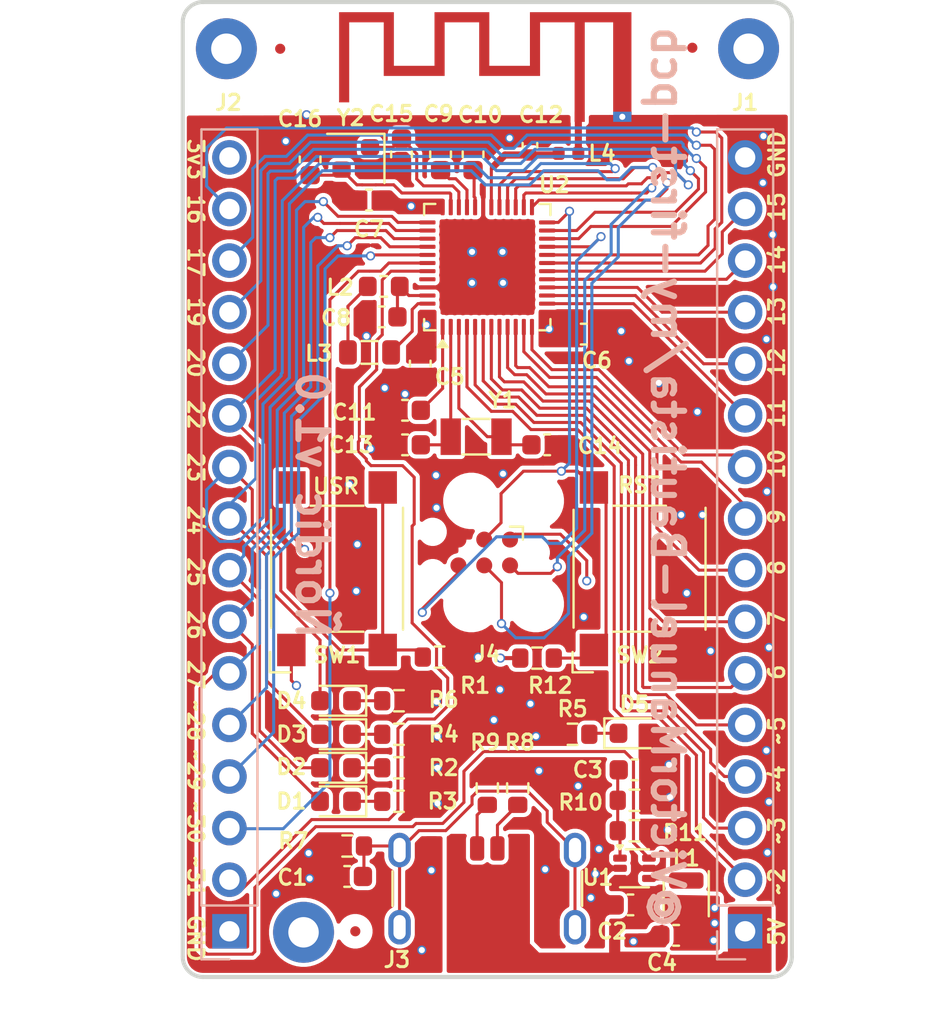
<source format=kicad_pcb>
(kicad_pcb (version 20241229) (generator "pcbnew") (generator_version "9.0")
  (layers (0 "F.Cu" signal) (4 "In1.Cu" power) (6 "In2.Cu" power) (2 "B.Cu" signal) (13 "F.Paste" user) (15 "B.Paste" user) (5 "F.SilkS" user "F.Silkscreen") (7 "B.SilkS" user "B.Silkscreen") (1 "F.Mask" user) (3 "B.Mask" user) (25 "Edge.Cuts" user))
  (net 0 "")
  (net 1 "GND")
  (net 2 "/MCU/RF")
  (net 3 "Net-(J3-SHIELD)")
  (net 4 "+5V")
  (net 5 "+3V3")
  (net 6 "Net-(U1-FB)")
  (net 7 "/MCU/DEC4")
  (net 8 "/MCU/DEC3")
  (net 9 "/MCU/DEC2")
  (net 10 "/MCU/DEC1")
  (net 11 "/MCU/ANT")
  (net 12 "/MCU/XL1")
  (net 13 "/MCU/XL2")
  (net 14 "/MCU/XC1")
  (net 15 "/MCU/XC2")
  (net 16 "/MCU/MCU_IO22")
  (net 17 "Net-(D1-K)")
  (net 18 "Net-(D2-K)")
  (net 19 "/MCU/MCU_IO21")
  (net 20 "/MCU/MCU_IO20")
  (net 21 "Net-(D3-K)")
  (net 22 "Net-(D4-K)")
  (net 23 "Net-(D5-K)")
  (net 24 "/MCU/MCU_IO19")
  (net 25 "/MCU/MCU_IO8")
  (net 26 "/MCU/MCU_IO6")
  (net 27 "/MCU/MCU_IO11")
  (net 28 "/MCU/MCU_IO2")
  (net 29 "/MCU/MCU_IO5")
  (net 30 "/MCU/MCU_IO4")
  (net 31 "/MCU/MCU_IO9")
  (net 32 "/MCU/MCU_IO13")
  (net 33 "/MCU/MCU_IO12")
  (net 34 "/MCU/MCU_IO0")
  (net 35 "/MCU/MCU_IO7")
  (net 36 "/MCU/MCU_IO3")
  (net 37 "/MCU/MCU_IO10")
  (net 38 "/MCU/MCU_IO1")
  (net 39 "/MCU/MCU_IO23")
  (net 40 "/MCU/MCU_IO26")
  (net 41 "/MCU/MCU_IO16")
  (net 42 "/MCU/MCU_IO14")
  (net 43 "/MCU/MCU_IO17")
  (net 44 "/MCU/MCU_IO25")
  (net 45 "/MCU/MCU_IO24")
  (net 46 "/MCU/MCU_IO18")
  (net 47 "/MCU/MCU_IO15")
  (net 48 "/MCU/MCU_IO27")
  (net 49 "Net-(J3-CC2)")
  (net 50 "Net-(J3-CC1)")
  (net 51 "/MCU/SWO")
  (net 52 "/MCU/SWDCLK")
  (net 53 "/MCU/SWDIO")
  (net 54 "/MCU/NRST")
  (net 55 "Net-(U1-SW)")
  (net 56 "Net-(L2-Pad2)")
  (net 57 "/MCU/DCC")
  (footprint "Capacitor_SMD:C_0402_1005Metric" (layer "F.Cu") (at 139.145 86.475 90)
    (property "Reference" "C12")
    (property "Value" "0p8")
  )
  (footprint "" (layer "F.Cu") (at 149.915 81.725)
    (property "Reference" "")
    (property "Value" "")
  )
  (footprint "Inductor_SMD:L_0402_1005Metric" (layer "F.Cu") (at 141.045 86.875)
    (property "Reference" "L4")
    (property "Value" "3n9")
  )
  (footprint "Capacitor_SMD:C_0603_1608Metric" (layer "F.Cu") (at 132.995 99.525 180)
    (property "Reference" "C11")
    (property "Value" "100n")
  )
  (footprint "" (layer "F.Cu") (at 124.195 81.725)
    (property "Reference" "")
    (property "Value" "")
  )
  (footprint "Capacitor_SMD:C_0603_1608Metric" (layer "F.Cu") (at 144.095 123.875 180)
    (property "Reference" "C2")
    (property "Value" "22uF")
  )
  (footprint "Resistor_SMD:R_0603_1608Metric" (layer "F.Cu") (at 138.545 118.125 90)
    (property "Reference" "R8")
    (property "Value" "5k1")
  )
  (footprint "Capacitor_SMD:C_0603_1608Metric" (layer "F.Cu") (at 128.32 87.175 90)
    (property "Reference" "C16")
    (property "Value" "10p")
  )
  (footprint "Capacitor_SMD:C_0603_1608Metric" (layer "F.Cu") (at 131.845 94.925 180)
    (property "Reference" "C8")
    (property "Value" "1u")
  )
  (footprint "Connector_USB:USB_C_Receptacle_GCT_USB4125-xx-x-0190_6P_TopMnt_Horizontal" (layer "F.Cu") (at 137.045 124.175)
    (property "Reference" "J3")
    (property "Value" "USB_C_Receptacle_PowerOnly_6P")
  )
  (footprint "Capacitor_SMD:C_0603_1608Metric" (layer "F.Cu") (at 133.745 97.225 -90)
    (property "Reference" "C5")
    (property "Value" "100n")
  )
  (footprint "Capacitor_SMD:C_0603_1608Metric" (layer "F.Cu") (at 134.745 86.925 90)
    (property "Reference" "C9")
    (property "Value" "100p")
  )
  (footprint "LED_SMD:LED_0603_1608Metric" (layer "F.Cu") (at 129.595 118.775 180)
    (property "Reference" "D1")
    (property "Value" "LED RED")
  )
  (footprint "Connector:Tag-Connect_TC2030-IDC-FP_2x03_P1.27mm_Vertical" (layer "F.Cu") (at 136.895 106.525 180)
    (property "Reference" "J4")
    (property "Value" "TagConnect")
  )
  (footprint "Package_TO_SOT_SMD:SOT-563" (layer "F.Cu") (at 144.295 122.0725)
    (property "Reference" "U1")
    (property "Value" "AP61302Z6")
  )
  (footprint "Inductor_SMD:L_0603_1608Metric" (layer "F.Cu") (at 131.945 93.425 180)
    (property "Reference" "L2")
    (property "Value" "15n")
  )
  (footprint "Capacitor_SMD:C_0603_1608Metric" (layer "F.Cu") (at 132.82 86.925 -90)
    (property "Reference" "C15")
    (property "Value" "10p")
  )
  (footprint "RF_Antenna:Texas_SWRA117D_2.4GHz_Left" (layer "F.Cu") (at 137.045 82.225)
    (property "Reference" "AE1" (hide yes))
    (property "Value" "Antenna_Shield")
  )
  (footprint "Resistor_SMD:R_0603_1608Metric" (layer "F.Cu") (at 132.695 113.825)
    (property "Reference" "R6")
    (property "Value" "1k")
  )
  (footprint "" (layer "F.Cu") (at 127.995 125.225)
    (property "Reference" "")
    (property "Value" "")
  )
  (footprint "Resistor_SMD:R_0603_1608Metric" (layer "F.Cu") (at 132.695 118.775)
    (property "Reference" "R3")
    (property "Value" "1k")
  )
  (footprint "Capacitor_SMD:C_0603_1608Metric" (layer "F.Cu") (at 130.145 122.475 180)
    (property "Reference" "C1")
    (property "Value" "1n")
  )
  (footprint "Capacitor_SMD:C_0603_1608Metric" (layer "F.Cu") (at 146.345 125.375 180)
    (property "Reference" "C4")
    (property "Value" "22uF")
  )
  (footprint "LED_SMD:LED_0603_1608Metric" (layer "F.Cu") (at 144.295 115.425)
    (property "Reference" "D5")
    (property "Value" "LED RED")
  )
  (footprint "" (layer "F.Cu") (at 126.845 81.725)
    (property "Reference" "")
    (property "Value" "")
  )
  (footprint "" (layer "F.Cu") (at 147.145 81.675)
    (property "Reference" "")
    (property "Value" "")
  )
  (footprint "LED_SMD:LED_0603_1608Metric" (layer "F.Cu") (at 129.595 115.475 180)
    (property "Reference" "D3")
    (property "Value" "LED YELLOW")
  )
  (footprint "Inductor_SMD:L_Changjiang_FTC201610S" (layer "F.Cu") (at 146.845 123.325 -90)
    (property "Reference" "L1")
    (property "Value" "1uH")
  )
  (footprint "Resistor_SMD:R_0603_1608Metric" (layer "F.Cu") (at 130.145 120.975 180)
    (property "Reference" "R7")
    (property "Value" "1M")
  )
  (footprint "Resistor_SMD:R_0603_1608Metric" (layer "F.Cu") (at 144.295 118.725 180)
    (property "Reference" "R10")
    (property "Value" "200k")
  )
  (footprint "Resistor_SMD:R_0603_1608Metric" (layer "F.Cu") (at 132.695 117.125)
    (property "Reference" "R2")
    (property "Value" "1k")
  )
  (footprint "Resistor_SMD:R_0603_1608Metric" (layer "F.Cu") (at 134.695 111.675)
    (property "Reference" "R1")
    (property "Value" "10k")
  )
  (footprint "Capacitor_SMD:C_0603_1608Metric" (layer "F.Cu") (at 132.995 101.225 180)
    (property "Reference" "C13")
    (property "Value" "18p")
  )
  (footprint "Resistor_SMD:R_0603_1608Metric" (layer "F.Cu") (at 137.045 118.125 -90)
    (property "Reference" "R9")
    (property "Value" "5k1")
  )
  (footprint "Capacitor_SMD:C_0603_1608Metric" (layer "F.Cu") (at 141.795 95.775)
    (property "Reference" "C6")
    (property "Value" "100n")
  )
  (footprint "Button_Switch_SMD:SW_SPST_Omron_B3FS-105xP" (layer "F.Cu") (at 129.645 107.325 90)
    (property "Reference" "SW1")
    (property "Value" "TSA063G60-250")
  )
  (footprint "Inductor_SMD:L_0805_2012Metric" (layer "F.Cu") (at 131.245 96.675)
    (property "Reference" "L3")
    (property "Value" "10u")
  )
  (footprint "Capacitor_SMD:C_0603_1608Metric" (layer "F.Cu") (at 139.995 101.225)
    (property "Reference" "C14")
    (property "Value" "18p")
  )
  (footprint "Package_DFN_QFN:QFN-48-1EP_6x6mm_P0.4mm_EP4.6x4.6mm" (layer "F.Cu") (at 137.045 92.475 90)
    (property "Reference" "U2")
    (property "Value" "nRF52832-QFxx")
  )
  (footprint "LED_SMD:LED_0603_1608Metric" (layer "F.Cu") (at 129.595 117.125 180)
    (property "Reference" "D2")
    (property "Value" "LED BLUE")
  )
  (footprint "Resistor_SMD:R_0603_1608Metric" (layer "F.Cu") (at 144.295 120.225)
    (property "Reference" "R11")
    (property "Value" "44k2")
  )
  (footprint "Capacitor_SMD:C_0603_1608Metric" (layer "F.Cu") (at 131.22 89.175 180)
    (property "Reference" "C7")
    (property "Value" "4u7")
  )
  (footprint "Capacitor_SMD:C_0603_1608Metric" (layer "F.Cu") (at 136.345 86.925 90)
    (property "Reference" "C10")
    (property "Value" "NC")
  )
  (footprint "Capacitor_SMD:C_0603_1608Metric" (layer "F.Cu") (at 144.295 117.225 180)
    (property "Reference" "C3")
    (property "Value" "33pF")
  )
  (footprint "Resistor_SMD:R_0603_1608Metric" (layer "F.Cu") (at 139.495 111.725)
    (property "Reference" "R12")
    (property "Value" "10k")
  )
  (footprint "Crystal:Crystal_SMD_3215-2Pin_3.2x1.5mm" (layer "F.Cu") (at 136.495 100.825 180)
    (property "Reference" "Y1")
    (property "Value" "Q13FC13500004")
  )
  (footprint "Crystal:Crystal_SMD_2016-4Pin_2.0x1.6mm" (layer "F.Cu") (at 130.57 87.125 180)
    (property "Reference" "Y2")
    (property "Value" "XL7EL89CKI-111YLC-32M")
  )
  (footprint "Fiducial:Fiducial_0.5mm_Mask1.5mm" (layer "F.Cu") (at 130.545 125.175)
    (property "Reference" "REF**" (hide yes))
    (property "Value" "Fiducial_0.5mm_Mask1.5mm")
  )
  (footprint "Button_Switch_SMD:SW_SPST_Omron_B3FS-105xP" (layer "F.Cu") (at 144.545 107.325 90)
    (property "Reference" "SW2")
    (property "Value" "TSA063G60-250")
  )
  (footprint "Resistor_SMD:R_0603_1608Metric" (layer "F.Cu") (at 132.695 115.475)
    (property "Reference" "R4")
    (property "Value" "1k")
  )
  (footprint "Resistor_SMD:R_0603_1608Metric" (layer "F.Cu") (at 141.245 115.475 180)
    (property "Reference" "R5")
    (property "Value" "10k")
  )
  (footprint "LED_SMD:LED_0603_1608Metric" (layer "F.Cu") (at 129.595 113.825 180)
    (property "Reference" "D4")
    (property "Value" "LED GREEN")
  )
  (footprint "Connector_PinHeader_2.54mm:PinHeader_1x16_P2.54mm_Vertical" (layer "B.Cu") (at 149.745 125.175)
    (property "Reference" "J1")
    (property "Value" "Conn_01x16_Pin" (hide yes))
  )
  (footprint "Connector_PinHeader_2.54mm:PinHeader_1x16_P2.54mm_Vertical" (layer "B.Cu") (at 124.345 125.175)
    (property "Reference" "J2")
    (property "Value" "Conn_01x16_Pin" (hide yes))
  )
  (gr_line (start 152.045 126.425) (end 152.045 80.425) (stroke (width 0.2)) (layer "Edge.Cuts"))
  (gr_arc (start 123.045 127.425) (mid 122.337893 127.132107) (end 122.045 126.425) (stroke (width 0.2)) (layer "Edge.Cuts"))
  (gr_line (start 123.045 79.425) (end 151.045 79.425) (stroke (width 0.2)) (layer "Edge.Cuts"))
  (gr_arc (start 152.045 126.425) (mid 151.752107 127.132107) (end 151.045 127.425) (stroke (width 0.2)) (layer "Edge.Cuts"))
  (gr_arc (start 151.045 79.425) (mid 151.752107 79.717893) (end 152.045 80.425) (stroke (width 0.2)) (layer "Edge.Cuts"))
  (gr_arc (start 122.045 80.425) (mid 122.337893 79.717893) (end 123.045 79.425) (stroke (width 0.2)) (layer "Edge.Cuts"))
  (gr_line (start 122.045 126.425) (end 122.045 80.425) (stroke (width 0.2)) (layer "Edge.Cuts"))
  (gr_line (start 123.045 127.425) (end 151.045 127.425) (stroke (width 0.2)) (layer "Edge.Cuts"))
  (gr_text "10" (at 151.745 102.975 90) (layer "F.SilkS") (effects (font (size 0.75 0.75)) (justify left bottom)))
  (gr_text "~" (at 123.095 114.425 90) (layer "F.SilkS") (effects (font (size 0.75 0.75)) (justify left bottom)))
  (gr_text "9" (at 151.745 105.225 90) (layer "F.SilkS") (effects (font (size 0.75 0.75)) (justify left bottom)))
  (gr_text "~" (at 123.095 119.4 90) (layer "F.SilkS") (effects (font (size 0.75 0.75)) (justify left bottom)))
  (gr_text "14" (at 151.745 92.925 90) (layer "F.SilkS") (effects (font (size 0.75 0.75)) (justify left bottom)))
  (gr_text "11" (at 151.745 100.475 90) (layer "F.SilkS") (effects (font (size 0.75 0.75)) (justify left bottom)))
  (gr_text "16" (at 122.245 88.825 270) (layer "F.SilkS") (effects (font (size 0.75 0.75)) (justify left bottom)))
  (gr_text "~" (at 151.795 118.4 90) (layer "F.SilkS") (effects (font (size 0.75 0.75)) (justify left bottom)))
  (gr_text "~" (at 151.795 123.45 90) (layer "F.SilkS") (effects (font (size 0.75 0.75)) (justify left bottom)))
  (gr_text "~" (at 151.795 116.05 90) (layer "F.SilkS") (effects (font (size 0.75 0.75)) (justify left bottom)))
  (gr_text "26" (at 122.245 109.275 270) (layer "F.SilkS") (effects (font (size 0.75 0.75)) (justify left bottom)))
  (gr_text "28" (at 122.245 114.275 270) (layer "F.SilkS") (effects (font (size 0.75 0.75)) (justify left bottom)))
  (gr_text "8" (at 151.745 107.725 90) (layer "F.SilkS") (effects (font (size 0.75 0.75)) (justify left bottom)))
  (gr_text "22" (at 122.245 98.925 270) (layer "F.SilkS") (effects (font (size 0.75 0.75)) (justify left bottom)))
  (gr_text "2" (at 151.745 122.875 90) (layer "F.SilkS") (effects (font (size 0.75 0.75)) (justify left bottom)))
  (gr_text "~" (at 123.095 122.1 90) (layer "F.SilkS") (effects (font (size 0.75 0.75)) (justify left bottom)))
  (gr_text "25" (at 122.245 106.675 270) (layer "F.SilkS") (effects (font (size 0.75 0.75)) (justify left bottom)))
  (gr_text "3" (at 151.745 120.375 90) (layer "F.SilkS") (effects (font (size 0.75 0.75)) (justify left bottom)))
  (gr_text "7" (at 151.745 110.225 90) (layer "F.SilkS") (effects (font (size 0.75 0.75)) (justify left bottom)))
  (gr_text "15" (at 151.745 90.325 90) (layer "F.SilkS") (effects (font (size 0.75 0.75)) (justify left bottom)))
  (gr_text "4" (at 151.745 117.825 90) (layer "F.SilkS") (effects (font (size 0.75 0.75)) (justify left bottom)))
  (gr_text "29" (at 122.245 116.725 270) (layer "F.SilkS") (effects (font (size 0.75 0.75)) (justify left bottom)))
  (gr_text "~" (at 123.095 116.85 90) (layer "F.SilkS") (effects (font (size 0.75 0.75)) (justify left bottom)))
  (gr_text "GND" (at 122.245 124.275 270) (layer "F.SilkS") (effects (font (size 0.75 0.75)) (justify left bottom)))
  (gr_text "6" (at 151.745 112.875 90) (layer "F.SilkS") (effects (font (size 0.75 0.75)) (justify left bottom)))
  (gr_text "24" (at 122.245 104.125 270) (layer "F.SilkS") (effects (font (size 0.75 0.75)) (justify left bottom)))
  (gr_text "5" (at 151.745 115.425 90) (layer "F.SilkS") (effects (font (size 0.75 0.75)) (justify left bottom)))
  (gr_text "~" (at 151.795 120.95 90) (layer "F.SilkS") (effects (font (size 0.75 0.75)) (justify left bottom)))
  (gr_text "GND" (at 151.745 88.175 90) (layer "F.SilkS") (effects (font (size 0.75 0.75)) (justify left bottom)))
  (gr_text "31" (at 122.245 121.975 270) (layer "F.SilkS") (effects (font (size 0.75 0.75)) (justify left bottom)))
  (gr_text "30" (at 122.245 119.325 270) (layer "F.SilkS") (effects (font (size 0.75 0.75)) (justify left bottom)))
  (gr_text "RST" (at 143.395 103.65 0) (layer "F.SilkS") (effects (font (size 0.75 0.75) (thickness 0.15) (bold yes)) (justify left bottom)))
  (gr_text "USR" (at 128.37 103.7 0) (layer "F.SilkS") (effects (font (size 0.75 0.75) (thickness 0.15) (bold yes)) (justify left bottom)))
  (gr_text "23" (at 122.245 101.525 270) (layer "F.SilkS") (effects (font (size 0.75 0.75)) (justify left bottom)))
  (gr_text "17" (at 122.245 91.425 270) (layer "F.SilkS") (effects (font (size 0.75 0.75)) (justify left bottom)))
  (gr_text "20" (at 122.245 96.375 270) (layer "F.SilkS") (effects (font (size 0.75 0.75)) (justify left bottom)))
  (gr_text "13" (at 151.745 95.475 90) (layer "F.SilkS") (effects (font (size 0.75 0.75)) (justify left bottom)))
  (gr_text "5V\n" (at 151.745 125.975 90) (layer "F.SilkS") (effects (font (size 0.75 0.75)) (justify left bottom)))
  (gr_text "19" (at 122.245 93.875 270) (layer "F.SilkS") (effects (font (size 0.75 0.75)) (justify left bottom)))
  (gr_text "27" (at 122.245 111.725 270) (layer "F.SilkS") (effects (font (size 0.75 0.75)) (justify left bottom)))
  (gr_text "12" (at 151.745 97.975 90) (layer "F.SilkS") (effects (font (size 0.75 0.75)) (justify left bottom)))
  (gr_text "3v3" (at 122.245 86.075 270) (layer "F.SilkS") (effects (font (size 0.75 0.75)) (justify left bottom)))
  (gr_text "Ñordic v1.0" (at 127.545 110.925 270) (layer "B.SilkS") (effects (font (size 1.5 1.5) (thickness 0.3) (bold yes)) (justify left bottom mirror)))
  (gr_text "@VictorManuel-Bautista/my-first-pcb" (at 145.045 125.175 270) (layer "B.SilkS") (effects (font (size 1.5 1.5) (thickness 0.3) (bold yes)) (justify left bottom mirror)))
  (segment (start 142.145 123.120652) (end 143.193152 122.0725) (width 0.2) (layer "F.Cu") (net 1))
  (segment (start 132.795 87.675) (end 132.82 87.7) (width 0.15) (layer "F.Cu") (net 1))
  (segment (start 145.57 125.375) (end 144.545 125.375) (width 0.2) (layer "F.Cu") (net 1))
  (segment (start 136.845 89.525) (end 136.845 92.275) (width 0.15) (layer "F.Cu") (net 1))
  (segment (start 131.07 95.85) (end 131.095 95.875) (width 0.15) (layer "F.Cu") (net 1))
  (segment (start 143.545 95.725) (end 143.645 95.625) (width 0.2) (layer "F.Cu") (net 1))
  (segment (start 128.395 122.475) (end 128.295 122.575) (width 0.2) (layer "F.Cu") (net 1))
  (segment (start 139.015 86.125) (end 139.145 85.995) (width 0.2) (layer "F.Cu") (net 1))
  (segment (start 131.295 101.425) (end 132.02 101.425) (width 0.2) (layer "F.Cu") (net 1))
  (segment (start 133.52 115.475) (end 134.495 115.475) (width 0.2) (layer "F.Cu") (net 1))
  (segment (start 131.07 94.925) (end 131.07 95.85) (width 0.15) (layer "F.Cu") (net 1))
  (segment (start 137.045 117.3) (end 138.545 117.3) (width 0.15) (layer "F.Cu") (net 1))
  (segment (start 145.12 120.225) (end 145.895 120.225) (width 0.15) (layer "F.Cu") (net 1))
  (segment (start 134.495 113.825) (end 134.545 113.875) (width 0.2) (layer "F.Cu") (net 1))
  (segment (start 128.595 120.975) (end 128.245 121.325) (width 0.2) (layer "F.Cu") (net 1))
  (segment (start 133.02 98.725) (end 133.745 98) (width 0.2) (layer "F.Cu") (net 1))
  (segment (start 138.29945 102.17055) (end 137.82 102.65) (width 0.15) (layer "F.Cu") (net 1))
  (segment (start 131.241292 87.675) (end 131.27 87.675) (width 0.15) (layer "F.Cu") (net 1))
  (segment (start 128.32 86.4) (end 127.245 86.4) (width 0.15) (layer "F.Cu") (net 1))
  (segment (start 128.32 85.15) (end 128.145 84.975) (width 0.15) (layer "F.Cu") (net 1))
  (segment (start 145.895 120.225) (end 145.945 120.175) (width 0.15) (layer "F.Cu") (net 1))
  (segment (start 131.27 87.675) (end 132.795 87.675) (width 0.15) (layer "F.Cu") (net 1))
  (segment (start 139.795 122.025) (end 139.895 122.125) (width 0.2) (layer "F.Cu") (net 1))
  (segment (start 134.545 104.339631) (end 134.545 104.325) (width 0.15) (layer "F.Cu") (net 1))
  (segment (start 134.295 121.095) (end 134.295 122.175) (width 0.2) (layer "F.Cu") (net 1))
  (segment (start 133.52 113.825) (end 134.495 113.825) (width 0.2) (layer "F.Cu") (net 1))
  (segment (start 135.82 86.2) (end 135.87 86.15) (width 0.15) (layer "F.Cu") (net 1))
  (segment (start 127.856244 88.676) (end 129.946 88.676) (width 0.15) (layer "F.Cu") (net 1))
  (segment (start 127.12 87.939756) (end 127.856244 88.676) (width 0.15) (layer "F.Cu") (net 1))
  (segment (start 149.745 87.075) (end 149.745 86.925) (width 0.2) (layer "F.Cu") (net 1))
  (segment (start 136.845 92.275) (end 137.045 92.475) (width 0.15) (layer "F.Cu") (net 1))
  (segment (start 146.795 103.325) (end 146.795 104.475) (width 0.2) (layer "F.Cu") (net 1))
  (segment (start 146.795 111.325) (end 147.995 111.325) (width 0.2) (layer "F.Cu") (net 1))
  (segment (start 146.795 103.825) (end 147.645 104.675) (width 0.2) (layer "F.Cu") (net 1))
  (segment (start 133.52 117.125) (end 134.595 117.125) (width 0.2) (layer "F.Cu") (net 1))
  (segment (start 149.745 86.925) (end 150.645 86.025) (width 0.2) (layer "F.Cu") (net 1))
  (segment (start 144.545 125.375) (end 144.245 125.675) (width 0.2) (layer "F.Cu") (net 1))
  (segment (start 139.795 121.095) (end 139.795 122.025) (width 0.2) (layer "F.Cu") (net 1))
  (segment (start 132.02 101.425) (end 132.22 101.225) (width 0.2) (layer "F.Cu") (net 1))
  (segment (start 131.995 99.3) (end 132.22 99.525) (width 0.2) (layer "F.Cu") (net 1))
  (segment (start 127.245 86.4) (end 127.12 86.275) (width 0.15) (layer "F.Cu") (net 1))
  (segment (start 140.77 101.225) (end 139.82445 102.17055) (width 0.15) (layer "F.Cu") (net 1))
  (segment (start 139.57 117.3) (end 139.595 117.275) (width 0.15) (layer "F.Cu") (net 1))
  (segment (start 130.141292 86.575) (end 131.241292 87.675) (width 0.15) (layer "F.Cu") (net 1))
  (segment (start 139.82445 102.17055) (end 138.29945 102.17055) (width 0.15) (layer "F.Cu") (net 1))
  (segment (start 128.32 86.4) (end 128.32 85.15) (width 0.15) (layer "F.Cu") (net 1))
  (segment (start 140.42 115.475) (end 139.545 115.475) (width 0.2) (layer "F.Cu") (net 1))
  (segment (start 127.12 86.275) (end 127.12 87.939756) (width 0.15) (layer "F.Cu") (net 1))
  (segment (start 146.795 104.475) (end 146.595 104.675) (width 0.2) (layer "F.Cu") (net 1))
  (segment (start 136.37 86.125) (end 136.345 86.15) (width 0.2) (layer "F.Cu") (net 1))
  (segment (start 142.57 95.725) (end 143.545 95.725) (width 0.2) (layer "F.Cu") (net 1))
  (segment (start 134.495 118.775) (end 134.595 118.875) (width 0.2) (layer "F.Cu") (net 1))
  (segment (start 129.946 88.676) (end 130.445 89.175) (width 0.15) (layer "F.Cu") (net 1))
  (segment (start 139.545 115.475) (end 139.445 115.575) (width 0.2) (layer "F.Cu") (net 1))
  (segment (start 142.97 123.525) (end 142.145 123.525) (width 0.2) (layer "F.Cu") (net 1))
  (segment (start 135.625 105.419631) (end 134.545 104.339631) (width 0.15) (layer "F.Cu") (net 1))
  (segment (start 138.145 86.125) (end 136.37 86.125) (width 0.2) (layer "F.Cu") (net 1))
  (segment (start 142.145 123.525) (end 142.145 123.120652) (width 0.2) (layer "F.Cu") (net 1))
  (segment (start 138.545 117.3) (end 139.57 117.3) (width 0.15) (layer "F.Cu") (net 1))
  (segment (start 143.32 123.875) (end 142.97 123.525) (width 0.2) (layer "F.Cu") (net 1))
  (segment (start 129.32 120.975) (end 128.595 120.975) (width 0.2) (layer "F.Cu") (net 1))
  (segment (start 131.995 98.425) (end 131.995 99.3) (width 0.2) (layer "F.Cu") (net 1))
  (segment (start 137.82 102.65) (end 137.795 102.675) (width 0.15) (layer "F.Cu") (net 1))
  (segment (start 129.87 86.575) (end 130.141292 86.575) (width 0.15) (layer "F.Cu") (net 1))
  (segment (start 147.995 111.325) (end 148.045 111.375) (width 0.2) (layer "F.Cu") (net 1))
  (segment (start 129.37 122.475) (end 128.395 122.475) (width 0.2) (layer "F.Cu") (net 1))
  (segment (start 128.32 86.4) (end 129.695 86.4) (width 0.15) (layer "F.Cu") (net 1))
  (segment (start 129.695 86.4) (end 129.87 86.575) (width 0.15) (layer "F.Cu") (net 1))
  (segment (start 134.095 93.475) (end 136.045 93.475) (width 0.15) (layer "F.Cu") (net 1))
  (segment (start 134.495 115.475) (end 134.595 115.575) (width 0.2) (layer "F.Cu") (net 1))
  (segment (start 138.145 86.125) (end 139.015 86.125) (width 0.2) (layer "F.Cu") (net 1))
  (segment (start 134.745 86.15) (end 136.345 86.15) (width 0.2) (layer "F.Cu") (net 1))
  (segment (start 143.193152 122.0725) (end 143.5825 122.0725) (width 0.2) (layer "F.Cu") (net 1))
  (segment (start 146.795 103.325) (end 146.795 103.825) (width 0.2) (layer "F.Cu") (net 1))
  (segment (start 135.625 105.89) (end 135.625 105.419631) (width 0.15) (layer "F.Cu") (net 1))
  (segment (start 135.52 111.675) (end 136.595 111.675) (width 0.2) (layer "F.Cu") (net 1))
  (segment (start 132.995 98.725) (end 133.02 98.725) (width 0.2) (layer "F.Cu") (net 1))
  (segment (start 133.52 118.775) (end 134.495 118.775) (width 0.2) (layer "F.Cu") (net 1))
  (via (at 137.82 102.65) (size 0.45) (drill 0.3) (layers "F.Cu" "B.Cu") (net 1))
  (via (at 138.145 86.125) (size 0.45) (drill 0.3) (layers "F.Cu" "B.Cu") (net 1))
  (via (at 126.645 123.325) (size 0.45) (drill 0.3) (layers "F.Cu" "B.Cu") (net 1))
  (via (at 145.495 98.175) (size 0.45) (drill 0.3) (layers "F.Cu" "B.Cu") (net 1))
  (via (at 134.295 122.175) (size 0.45) (drill 0.3) (layers "F.Cu" "B.Cu") (net 1))
  (via (at 137.795 91.725) (size 0.5) (drill 0.3) (layers "F.Cu" "B.Cu") (net 1))
  (via (at 128.145 84.975) (size 0.45) (drill 0.3) (layers "F.Cu" "B.Cu") (net 1))
  (via (at 142.545 121.125) (size 0.45) (drill 0.3) (layers "F.Cu" "B.Cu") (net 1))
  (via (at 131.095 95.875) (size 0.45) (drill 0.3) (layers "F.Cu" "B.Cu") (net 1))
  (via (at 150.82 103.525) (size 0.45) (drill 0.3) (layers "F.Cu" "B.Cu") (net 1))
  (via (at 134.595 118.875) (size 0.45) (drill 0.3) (layers "F.Cu" "B.Cu") (net 1))
  (via (at 141.795 109.7) (size 0.45) (drill 0.3) (layers "F.Cu" "B.Cu") (net 1))
  (via (at 136.595 111.675) (size 0.45) (drill 0.3) (layers "F.Cu" "B.Cu") (net 1))
  (via (at 144.245 125.675) (size 0.45) (drill 0.3) (layers "F.Cu" "B.Cu") (net 1))
  (via (at 134.595 115.575) (size 0.45) (drill 0.3) (layers "F.Cu" "B.Cu") (net 1))
  (via (at 143.645 95.625) (size 0.45) (drill 0.3) (layers "F.Cu" "B.Cu") (net 1))
  (via (at 132.995 98.725) (size 0.45) (drill 0.3) (layers "F.Cu" "B.Cu") (net 1))
  (via (at 130.595 108.425) (size 0.45) (drill 0.3) (layers "F.Cu" "B.Cu") (net 1))
  (via (at 137.82 93.25) (size 0.5) (drill 0.3) (layers "F.Cu" "B.Cu") (net 1))
  (via (at 147.645 104.675) (size 0.45) (drill 0.3) (layers "F.Cu" "B.Cu") (net 1))
  (via (at 128.295 122.575) (size 0.45) (drill 0.3) (layers "F.Cu" "B.Cu") (net 1))
  (via (at 128.245 121.325) (size 0.45) (drill 0.3) (layers "F.Cu" "B.Cu") (net 1))
  (via (at 151.12 93.45) (size 0.45) (drill 0.3) (layers "F.Cu" "B.Cu") (net 1))
  (via (at 142.37 122.35) (size 0.45) (drill 0.3) (layers "F.Cu" "B.Cu") (net 1))
  (via (at 141.52 118.025) (size 0.45) (drill 0.3) (layers "F.Cu" "B.Cu") (net 1))
  (via (at 139.445 115.575) (size 0.45) (drill 0.3) (layers "F.Cu" "B.Cu") (net 1))
  (via (at 127.12 86.275) (size 0.45) (drill 0.3) (layers "F.Cu" "B.Cu") (net 1))
  (via (at 136.295 93.25) (size 0.5) (drill 0.3) (layers "F.Cu" "B.Cu") (net 1))
  (via (at 146.595 104.675) (size 0.45) (drill 0.3) (layers "F.Cu" "B.Cu") (net 1))
  (via (at 151.095 90.875) (size 0.45) (drill 0.3) (layers "F.Cu" "B.Cu") (net 1))
  (via (at 134.545 113.875) (size 0.45) (drill 0.3) (layers "F.Cu" "B.Cu") (net 1))
  (via (at 150.645 86.025) (size 0.45) (drill 0.3) (layers "F.Cu" "B.Cu") (net 1))
  (via (at 150.62 88.325) (size 0.45) (drill 0.3) (layers "F.Cu" "B.Cu") (net 1))
  (via (at 145.945 120.175) (size 0.45) (drill 0.3) (layers "F.Cu" "B.Cu") (net 1))
  (via (at 148.045 111.375) (size 0.45) (drill 0.3) (layers "F.Cu" "B.Cu") (net 1))
  (via (at 130.645 106.125) (size 0.45) (drill 0.3) (layers "F.Cu" "B.Cu") (net 1))
  (via (at 150.795 116.275) (size 0.45) (drill 0.3) (layers "F.Cu" "B.Cu") (net 1))
  (via (at 137.67 113.275) (size 0.45) (drill 0.3) (layers "F.Cu" "B.Cu") (net 1))
  (via (at 134.52 102.725) (size 0.45) (drill 0.3) (layers "F.Cu" "B.Cu") (net 1))
  (via (at 134.545 104.325) (size 0.45) (drill 0.3) (layers "F.Cu" "B.Cu") (net 1))
  (via (at 130.245 103.175) (size 0.45) (drill 0.3) (layers "F.Cu" "B.Cu") (net 1))
  (via (at 150.845 121.3) (size 0.45) (drill 0.3) (layers "F.Cu" "B.Cu") (net 1))
  (via (at 136.295 91.725) (size 0.5) (drill 0.3) (layers "F.Cu" "B.Cu") (net 1))
  (via (at 144.02 97.1) (size 0.45) (drill 0.3) (layers "F.Cu" "B.Cu") (net 1))
  (via (at 133.82 126.1) (size 0.45) (drill 0.3) (layers "F.Cu" "B.Cu") (net 1))
  (via (at 150.92 111.2) (size 0.45) (drill 0.3) (layers "F.Cu" "B.Cu") (net 1))
  (via (at 131.295 101.425) (size 0.45) (drill 0.3) (layers "F.Cu" "B.Cu") (net 1))
  (via (at 150.795 96.025) (size 0.45) (drill 0.3) (layers "F.Cu" "B.Cu") (net 1))
  (via (at 142.145 123.525) (size 0.45) (drill 0.3) (layers "F.Cu" "B.Cu") (net 1))
  (via (at 139.595 117.275) (size 0.45) (drill 0.3) (layers "F.Cu" "B.Cu") (net 1))
  (via (at 139.17 113.975) (size 0.45) (drill 0.3) (layers "F.Cu" "B.Cu") (net 1))
  (via (at 131.995 98.425) (size 0.45) (drill 0.3) (layers "F.Cu" "B.Cu") (net 1))
  (via (at 137.37 114.775) (size 0.45) (drill 0.3) (layers "F.Cu" "B.Cu") (net 1))
  (via (at 134.595 117.125) (size 0.45) (drill 0.3) (layers "F.Cu" "B.Cu") (net 1))
  (via (at 139.895 122.125) (size 0.45) (drill 0.3) (layers "F.Cu" "B.Cu") (net 1))
  (via (at 147.395 99.6) (size 0.45) (drill 0.3) (layers "F.Cu" "B.Cu") (net 1))
  (via (at 150.92 118.8) (size 0.45) (drill 0.3) (layers "F.Cu" "B.Cu") (net 1))
  (via (at 146.87 108.525) (size 0.45) (drill 0.3) (layers "F.Cu" "B.Cu") (net 1))
  (segment (start 141.53 86.875) (end 141.53 85.14) (width 0.35) (layer "F.Cu") (net 2))
  (segment (start 141.53 85.14) (end 141.595 85.075) (width 0.35) (layer "F.Cu") (net 2))
  (segment (start 135.001 120.219) (end 136.294 118.926) (width 0.15) (layer "F.Cu") (net 3))
  (segment (start 132.525 120.975) (end 132.725 121.175) (width 0.15) (layer "F.Cu") (net 3))
  (segment (start 136.294 118.547292) (end 136.567292 118.274) (width 0.15) (layer "F.Cu") (net 3))
  (segment (start 139.995 119.246292) (end 139.995 119.805) (width 0.15) (layer "F.Cu") (net 3))
  (segment (start 141.365 121.175) (end 141.365 120.616292) (width 0.15) (layer "F.Cu") (net 3))
  (segment (start 133.681 120.219) (end 135.001 120.219) (width 0.15) (layer "F.Cu") (net 3))
  (segment (start 139.995 119.805) (end 141.365 121.175) (width 0.15) (layer "F.Cu") (net 3))
  (segment (start 130.97 120.975) (end 130.97 122.425) (width 0.15) (layer "F.Cu") (net 3))
  (segment (start 141.365 124.975) (end 141.365 121.175) (width 0.15) (layer "F.Cu") (net 3))
  (segment (start 132.725 121.175) (end 132.725 124.975) (width 0.15) (layer "F.Cu") (net 3))
  (segment (start 139.022708 118.274) (end 139.995 119.246292) (width 0.15) (layer "F.Cu") (net 3))
  (segment (start 130.97 122.425) (end 130.92 122.475) (width 0.15) (layer "F.Cu") (net 3))
  (segment (start 130.97 120.975) (end 132.525 120.975) (width 0.15) (layer "F.Cu") (net 3))
  (segment (start 132.725 121.175) (end 133.681 120.219) (width 0.15) (layer "F.Cu") (net 3))
  (segment (start 136.294 118.926) (end 136.294 118.547292) (width 0.15) (layer "F.Cu") (net 3))
  (segment (start 136.567292 118.274) (end 139.022708 118.274) (width 0.15) (layer "F.Cu") (net 3))
  (segment (start 144.87 123.86) (end 144.87 123.875) (width 0.15) (layer "F.Cu") (net 4))
  (segment (start 138.565 121.095) (end 138.565 121.595) (width 0.15) (layer "F.Cu") (net 4))
  (segment (start 138.565 121.095) (end 138.565 121.605) (width 0.15) (layer "F.Cu") (net 4))
  (segment (start 140.095 95.525) (end 140.295 95.725) (width 0.15) (layer "F.Cu") (net 5))
  (segment (start 132.345 89.525) (end 131.995 89.175) (width 0.15) (layer "F.Cu") (net 5))
  (segment (start 133.295 89.475) (end 134.395 89.475) (width 0.15) (layer "F.Cu") (net 5))
  (segment (start 134.395 89.475) (end 134.445 89.525) (width 0.15) (layer "F.Cu") (net 5))
  (segment (start 134.445 89.525) (end 134.845 89.525) (width 0.15) (layer "F.Cu") (net 5))
  (segment (start 138.43 105.625) (end 140.645 105.625) (width 0.15) (layer "F.Cu") (net 5))
  (segment (start 140.645 105.625) (end 141.945 106.925) (width 0.15) (layer "F.Cu") (net 5))
  (segment (start 141.945 106.925) (end 141.945 107.925) (width 0.15) (layer "F.Cu") (net 5))
  (segment (start 127.395 112.825) (end 127.395 111.325) (width 0.15) (layer "F.Cu") (net 5))
  (segment (start 134.045 96.325) (end 133.92 96.45) (width 0.15) (layer "F.Cu") (net 5))
  (segment (start 132.295 89.475) (end 133.295 89.475) (width 0.15) (layer "F.Cu") (net 5))
  (segment (start 127.645 113.075) (end 127.395 112.825) (width 0.15) (layer "F.Cu") (net 5))
  (segment (start 134.045 94.725) (end 134.045 96.325) (width 0.15) (layer "F.Cu") (net 5))
  (segment (start 127.395 105.675) (end 127.395 103.325) (width 0.15) (layer "F.Cu") (net 5))
  (segment (start 128.045 106.325) (end 127.395 105.675) (width 0.15) (layer "F.Cu") (net 5))
  (segment (start 140.295 95.725) (end 141.02 95.725) (width 0.15) (layer "F.Cu") (net 5))
  (segment (start 134.095 94.675) (end 134.045 94.725) (width 0.15) (layer "F.Cu") (net 5))
  (segment (start 138.67 111.725) (end 137.695 111.725) (width 0.2) (layer "F.Cu") (net 5))
  (segment (start 138.165 105.89) (end 138.43 105.625) (width 0.15) (layer "F.Cu") (net 5))
  (segment (start 133.92 96.45) (end 133.745 96.45) (width 0.15) (layer "F.Cu") (net 5))
  (segment (start 139.995 94.675) (end 139.995 95.425) (width 0.15) (layer "F.Cu") (net 5))
  (segment (start 139.995 95.425) (end 140.295 95.725) (width 0.15) (layer "F.Cu") (net 5))
  (segment (start 131.995 89.175) (end 132.295 89.475) (width 0.15) (layer "F.Cu") (net 5))
  (segment (start 128.045 106.375) (end 128.045 106.325) (width 0.15) (layer "F.Cu") (net 5))
  (via (at 137.695 111.725) (size 0.45) (drill 0.3) (layers "F.Cu" "B.Cu") (net 5))
  (via (at 140.095 95.525) (size 0.45) (drill 0.3) (layers "F.Cu" "B.Cu") (net 5))
  (via (at 128.045 106.375) (size 0.45) (drill 0.3) (layers "F.Cu" "B.Cu") (net 5))
  (via (at 148.195 125.625) (size 0.45) (drill 0.3) (layers "F.Cu" "B.Cu") (net 5))
  (via (at 127.645 113.075) (size 0.45) (drill 0.3) (layers "F.Cu" "B.Cu") (net 5))
  (via (at 145.995 116.975) (size 0.45) (drill 0.3) (layers "F.Cu" "B.Cu") (net 5))
  (via (at 141.945 107.925) (size 0.45) (drill 0.3) (layers "F.Cu" "B.Cu") (net 5))
  (via (at 134.045 95.325) (size 0.45) (drill 0.3) (layers "F.Cu" "B.Cu") (net 5))
  (via (at 133.295 89.475) (size 0.45) (drill 0.3) (layers "F.Cu" "B.Cu") (net 5))
  (via (at 148.245 124.775) (size 0.45) (drill 0.3) (layers "F.Cu" "B.Cu") (net 5))
  (via (at 146.045 118.575) (size 0.45) (drill 0.3) (layers "F.Cu" "B.Cu") (net 5))
  (via (at 148.245 124.025) (size 0.45) (drill 0.3) (layers "F.Cu" "B.Cu") (net 5))
  (segment (start 143.5825 120.3375) (end 143.47 120.225) (width 0.15) (layer "F.Cu") (net 6))
  (segment (start 143.47 120.225) (end 143.47 118.725) (width 0.15) (layer "F.Cu") (net 6))
  (segment (start 143.47 118.725) (end 143.47 117.275) (width 0.15) (layer "F.Cu") (net 6))
  (segment (start 143.5825 121.5725) (end 143.5825 120.3375) (width 0.15) (layer "F.Cu") (net 6))
  (segment (start 143.47 117.275) (end 143.52 117.225) (width 0.15) (layer "F.Cu") (net 6))
  (segment (start 132.62 94.925) (end 132.62 93.5375) (width 0.15) (layer "F.Cu") (net 7))
  (segment (start 134.095 93.875) (end 133.1825 93.875) (width 0.15) (layer "F.Cu") (net 7))
  (segment (start 133.1825 93.875) (end 132.7325 93.425) (width 0.15) (layer "F.Cu") (net 7))
  (segment (start 132.62 93.5375) (end 132.7325 93.425) (width 0.15) (layer "F.Cu") (net 7))
  (segment (start 135.491389 88.125) (end 136.045 88.678611) (width 0.15) (layer "F.Cu") (net 8))
  (segment (start 134.745 87.7) (end 135.17 88.125) (width 0.15) (layer "F.Cu") (net 8))
  (segment (start 135.17 88.125) (end 135.491389 88.125) (width 0.15) (layer "F.Cu") (net 8))
  (segment (start 136.045 88.678611) (end 136.045 89.525) (width 0.15) (layer "F.Cu") (net 8))
  (segment (start 136.396 87.751) (end 136.396 89.01358) (width 0.15) (layer "F.Cu") (net 9))
  (segment (start 136.396 89.01358) (end 136.445 89.06258) (width 0.15) (layer "F.Cu") (net 9))
  (segment (start 136.345 87.7) (end 136.396 87.751) (width 0.15) (layer "F.Cu") (net 9))
  (segment (start 136.445 89.06258) (end 136.445 89.525) (width 0.15) (layer "F.Cu") (net 9))
  (segment (start 134.845 98.45) (end 133.77 99.525) (width 0.15) (layer "F.Cu") (net 10))
  (segment (start 134.845 95.425) (end 134.845 98.45) (width 0.15) (layer "F.Cu") (net 10))
  (segment (start 139.145 86.955) (end 140.471 86.955) (width 0.35) (layer "F.Cu") (net 11))
  (segment (start 140.471 86.955) (end 140.551 86.875) (width 0.35) (layer "F.Cu") (net 11))
  (segment (start 137.915 86.955) (end 137.345 87.525) (width 0.35) (layer "F.Cu") (net 11))
  (segment (start 137.245 87.625) (end 137.345 87.525) (width 0.15) (layer "F.Cu") (net 11))
  (segment (start 139.145 87.025) (end 139.145 86.955) (width 0.35) (layer "F.Cu") (net 11))
  (segment (start 139.145 86.955) (end 137.915 86.955) (width 0.35) (layer "F.Cu") (net 11))
  (segment (start 137.245 89.525) (end 137.245 87.625) (width 0.15) (layer "F.Cu") (net 11))
  (segment (start 134.845 101.225) (end 135.245 100.825) (width 0.15) (layer "F.Cu") (net 12))
  (segment (start 135.245 95.425) (end 135.245 100.825) (width 0.15) (layer "F.Cu") (net 12))
  (segment (start 135.195 100.775) (end 135.245 100.825) (width 0.15) (layer "F.Cu") (net 12))
  (segment (start 133.77 101.225) (end 134.845 101.225) (width 0.15) (layer "F.Cu") (net 12))
  (segment (start 135.645 95.425) (end 135.645 99.425) (width 0.15) (layer "F.Cu") (net 13))
  (segment (start 139.22 101.225) (end 138.145 101.225) (width 0.15) (layer "F.Cu") (net 13))
  (segment (start 135.645 99.425) (end 137.045 100.825) (width 0.15) (layer "F.Cu") (net 13))
  (segment (start 137.045 100.825) (end 137.745 100.825) (width 0.15) (layer "F.Cu") (net 13))
  (segment (start 138.145 101.225) (end 137.745 100.825) (width 0.15) (layer "F.Cu") (net 13))
  (segment (start 133.57 88.139756) (end 133.906244 88.476) (width 0.15) (layer "F.Cu") (net 14))
  (segment (start 131.27 86.575) (end 132.395 86.575) (width 0.15) (layer "F.Cu") (net 14))
  (segment (start 133.906244 88.476) (end 135.346 88.476) (width 0.15) (layer "F.Cu") (net 14))
  (segment (start 135.645 88.775) (end 135.645 89.525) (width 0.15) (layer "F.Cu") (net 14))
  (segment (start 132.82 86.15) (end 133.57 86.9) (width 0.15) (layer "F.Cu") (net 14))
  (segment (start 135.346 88.476) (end 135.645 88.775) (width 0.15) (layer "F.Cu") (net 14))
  (segment (start 132.395 86.575) (end 132.82 86.15) (width 0.15) (layer "F.Cu") (net 14))
  (segment (start 133.57 86.9) (end 133.57 88.139756) (width 0.15) (layer "F.Cu") (net 14))
  (segment (start 135.245 89.525) (end 135.245 88.875) (width 0.15) (layer "F.Cu") (net 15))
  (segment (start 130.883756 88.424) (end 130.619 88.424) (width 0.15) (layer "F.Cu") (net 15))
  (segment (start 135.245 88.875) (end 135.197 88.827) (width 0.15) (layer "F.Cu") (net 15))
  (segment (start 130.885756 88.426) (end 130.883756 88.424) (width 0.15) (layer "F.Cu") (net 15))
  (segment (start 135.197 88.827) (end 132.836756 88.827) (width 0.15) (layer "F.Cu") (net 15))
  (segment (start 130.619 88.424) (end 129.87 87.675) (width 0.15) (layer "F.Cu") (net 15))
  (segment (start 132.433756 88.424) (end 131.556244 88.424) (width 0.15) (layer "F.Cu") (net 15))
  (segment (start 128.32 87.95) (end 129.595 87.95) (width 0.15) (layer "F.Cu") (net 15))
  (segment (start 131.554244 88.426) (end 130.885756 88.426) (width 0.15) (layer "F.Cu") (net 15))
  (segment (start 129.595 87.95) (end 129.87 87.675) (width 0.15) (layer "F.Cu") (net 15))
  (segment (start 132.836756 88.827) (end 132.433756 88.424) (width 0.15) (layer "F.Cu") (net 15))
  (segment (start 131.556244 88.424) (end 131.554244 88.426) (width 0.15) (layer "F.Cu") (net 15))
  (segment (start 125.471 111.061) (end 124.345 109.935) (width 0.15) (layer "F.Cu") (net 16))
  (segment (start 128.996 90.326) (end 128.695 90.025) (width 0.15) (layer "F.Cu") (net 16))
  (segment (start 125.471 115.4385) (end 125.471 111.061) (width 0.15) (layer "F.Cu") (net 16))
  (segment (start 128.8075 118.775) (end 125.471 115.4385) (width 0.15) (layer "F.Cu") (net 16))
  (segment (start 129.795 90.326) (end 128.996 90.326) (width 0.15) (layer "F.Cu") (net 16))
  (segment (start 134.095 90.675) (end 132.548611 90.675) (width 0.15) (layer "F.Cu") (net 16))
  (segment (start 132.548611 90.675) (end 132.199612 90.326) (width 0.15) (layer "F.Cu") (net 16))
  (segment (start 132.199612 90.326) (end 129.795 90.326) (width 0.15) (layer "F.Cu") (net 16))
  (via (at 128.695 90.025) (size 0.45) (drill 0.3) (layers "F.Cu" "B.Cu") (net 16))
  (segment (start 128.695 90.025) (end 128.495 90.025) (width 0.15) (layer "B.Cu") (net 16))
  (segment (start 127.999194 90.520806) (end 127.999194 98.217195) (width 0.15) (layer "B.Cu") (net 16))
  (segment (start 127.999194 98.217195) (end 126.698 99.518388) (width 0.15) (layer "B.Cu") (net 16))
  (segment (start 126.698 99.518388) (end 126.698 105.122) (width 0.15) (layer "B.Cu") (net 16))
  (segment (start 126.698 105.122) (end 125.471 106.349) (width 0.15) (layer "B.Cu") (net 16))
  (segment (start 125.471 108.809) (end 124.345 109.935) (width 0.15) (layer "B.Cu") (net 16))
  (segment (start 125.471 106.349) (end 125.471 108.809) (width 0.15) (layer "B.Cu") (net 16))
  (segment (start 128.495 90.025) (end 127.999194 90.520806) (width 0.15) (layer "B.Cu") (net 16))
  (segment (start 130.3825 118.775) (end 131.87 118.775) (width 0.15) (layer "F.Cu") (net 17))
  (segment (start 130.3825 117.125) (end 131.87 117.125) (width 0.15) (layer "F.Cu") (net 18))
  (segment (start 125.822 108.872) (end 124.345 107.395) (width 0.15) (layer "F.Cu") (net 19))
  (segment (start 132.345 89.975) (end 129.695 89.975) (width 0.15) (layer "F.Cu") (net 19))
  (segment (start 132.645 90.275) (end 132.345 89.975) (width 0.15) (layer "F.Cu") (net 19))
  (segment (start 125.822 115.293112) (end 125.822 108.872) (width 0.15) (layer "F.Cu") (net 19))
  (segment (start 128.8075 117.125) (end 127.653888 117.125) (width 0.15) (layer "F.Cu") (net 19))
  (segment (start 128.97 89.25) (end 128.945 89.225) (width 0.15) (layer "F.Cu") (net 19))
  (segment (start 127.653888 117.125) (end 125.822 115.293112) (width 0.15) (layer "F.Cu") (net 19))
  (segment (start 134.095 90.275) (end 132.645 90.275) (width 0.15) (layer "F.Cu") (net 19))
  (segment (start 129.695 89.975) (end 128.97 89.25) (width 0.15) (layer "F.Cu") (net 19))
  (via (at 128.97 89.25) (size 0.45) (drill 0.3) (layers "F.Cu" "B.Cu") (net 19))
  (segment (start 127.648194 89.671806) (end 127.648194 98.071806) (width 0.15) (layer "B.Cu") (net 19))
  (segment (start 125.045 106.695) (end 124.345 107.395) (width 0.15) (layer "B.Cu") (net 19))
  (segment (start 127.648194 98.071806) (end 126.347 99.373) (width 0.15) (layer "B.Cu") (net 19))
  (segment (start 128.97 89.25) (end 128.07 89.25) (width 0.15) (layer "B.Cu") (net 19))
  (segment (start 126.347 104.941794) (end 125.045 106.243794) (width 0.15) (layer "B.Cu") (net 19))
  (segment (start 128.07 89.25) (end 127.648194 89.671806) (width 0.15) (layer "B.Cu") (net 19))
  (segment (start 125.045 106.243794) (end 125.045 106.695) (width 0.15) (layer "B.Cu") (net 19))
  (segment (start 126.347 99.373) (end 126.347 104.941794) (width 0.15) (layer "B.Cu") (net 19))
  (segment (start 126.173 106.683) (end 124.345 104.855) (width 0.15) (layer "F.Cu") (net 20))
  (segment (start 137.645 88.425) (end 137.645 89.525) (width 0.15) (layer "F.Cu") (net 20))
  (segment (start 143.195 87.775) (end 138.295 87.775) (width 0.15) (layer "F.Cu") (net 20))
  (segment (start 128.8075 115.475) (end 126.173 112.8405) (width 0.15) (layer "F.Cu") (net 20))
  (segment (start 138.295 87.775) (end 137.645 88.425) (width 0.15) (layer "F.Cu") (net 20))
  (segment (start 143.345 87.625) (end 143.195 87.775) (width 0.15) (layer "F.Cu") (net 20))
  (segment (start 126.173 112.8405) (end 126.173 106.683) (width 0.15) (layer "F.Cu") (net 20))
  (via (at 143.345 87.625) (size 0.45) (drill 0.3) (layers "F.Cu" "B.Cu") (net 20))
  (segment (start 124.345 104.175) (end 124.345 104.855) (width 0.15) (layer "B.Cu") (net 20))
  (segment (start 126.895 97.825) (end 125.645 99.075) (width 0.15) (layer "B.Cu") (net 20))
  (segment (start 125.645 99.075) (end 125.645 102.875) (width 0.15) (layer "B.Cu") (net 20))
  (segment (start 138.984164 88.076) (end 137.096 88.076) (width 0.15) (layer "B.Cu") (net 20))
  (segment (start 143.345 87.625) (end 143.099 87.379) (width 0.15) (layer "B.Cu") (net 20))
  (segment (start 126.946194 97.670195) (end 126.895 97.721388) (width 0.15) (layer "B.Cu") (net 20))
  (segment (start 136.399 87.379) (end 128.776552 87.379) (width 0.15) (layer "B.Cu") (net 20))
  (segment (start 143.099 87.379) (end 139.681164 87.379) (width 0.15) (layer "B.Cu") (net 20))
  (segment (start 126.895 97.721388) (end 126.895 97.825) (width 0.15) (layer "B.Cu") (net 20))
  (segment (start 139.681164 87.379) (end 138.984164 88.076) (width 0.15) (layer "B.Cu") (net 20))
  (segment (start 126.946194 89.209358) (end 126.946194 97.670195) (width 0.15) (layer "B.Cu") (net 20))
  (segment (start 125.645 102.875) (end 124.345 104.175) (width 0.15) (layer "B.Cu") (net 20))
  (segment (start 128.776552 87.379) (end 126.946194 89.209358) (width 0.15) (layer "B.Cu") (net 20))
  (segment (start 137.096 88.076) (end 136.399 87.379) (width 0.15) (layer "B.Cu") (net 20))
  (segment (start 130.3825 115.475) (end 131.87 115.475) (width 0.15) (layer "F.Cu") (net 21))
  (segment (start 130.3825 113.825) (end 131.87 113.825) (width 0.15) (layer "F.Cu") (net 22))
  (segment (start 142.12 115.425) (end 142.07 115.475) (width 0.15) (layer "F.Cu") (net 23))
  (segment (start 143.5075 115.425) (end 142.12 115.425) (width 0.15) (layer "F.Cu") (net 23))
  (segment (start 144.299058 87.570942) (end 143.745 88.125) (width 0.15) (layer "F.Cu") (net 24))
  (segment (start 125.471 103.441) (end 124.345 102.315) (width 0.15) (layer "F.Cu") (net 24))
  (segment (start 143.745 88.125) (end 138.441388 88.125) (width 0.15) (layer "F.Cu") (net 24))
  (segment (start 125.471 105.484612) (end 125.471 103.441) (width 0.15) (layer "F.Cu") (net 24))
  (segment (start 128.8075 110.8375) (end 126.524 108.554) (width 0.15) (layer "F.Cu") (net 24))
  (segment (start 128.8075 113.825) (end 128.8075 110.8375) (width 0.15) (layer "F.Cu") (net 24))
  (segment (start 126.524 108.554) (end 126.524 106.537611) (width 0.15) (layer "F.Cu") (net 24))
  (segment (start 138.441388 88.125) (end 138.045 88.521388) (width 0.15) (layer "F.Cu") (net 24))
  (segment (start 126.524 106.537611) (end 125.471 105.484612) (width 0.15) (layer "F.Cu") (net 24))
  (segment (start 145.191951 87.570942) (end 144.299058 87.570942) (width 0.15) (layer "F.Cu") (net 24))
  (segment (start 138.045 88.521388) (end 138.045 89.525) (width 0.15) (layer "F.Cu") (net 24))
  (via (at 145.191951 87.570942) (size 0.45) (drill 0.3) (layers "F.Cu" "B.Cu") (net 24))
  (segment (start 123.219 105.321405) (end 123.219 103.441) (width 0.15) (layer "B.Cu") (net 24))
  (segment (start 139.826552 87.73) (end 139.129552 88.427) (width 0.15) (layer "B.Cu") (net 24))
  (segment (start 123.219 103.441) (end 124.345 102.315) (width 0.15) (layer "B.Cu") (net 24))
  (segment (start 136.947 88.427) (end 136.25 87.73) (width 0.15) (layer "B.Cu") (net 24))
  (segment (start 127.297194 97.919195) (end 125.996 99.220388) (width 0.15) (layer "B.Cu") (net 24))
  (segment (start 143.545 88.175) (end 142.94 88.175) (width 0.15) (layer "B.Cu") (net 24))
  (segment (start 125.996 104.796405) (end 124.811405 105.981) (width 0.15) (layer "B.Cu") (net 24))
  (segment (start 142.495 87.73) (end 139.826552 87.73) (width 0.15) (layer "B.Cu") (net 24))
  (segment (start 145.191951 87.570942) (end 144.149058 87.570942) (width 0.15) (layer "B.Cu") (net 24))
  (segment (start 144.149058 87.570942) (end 143.545 88.175) (width 0.15) (layer "B.Cu") (net 24))
  (segment (start 123.878595 105.981) (end 123.219 105.321405) (width 0.15) (layer "B.Cu") (net 24))
  (segment (start 127.297194 89.354748) (end 127.297194 97.919195) (width 0.15) (layer "B.Cu") (net 24))
  (segment (start 124.811405 105.981) (end 123.878595 105.981) (width 0.15) (layer "B.Cu") (net 24))
  (segment (start 142.94 88.175) (end 142.495 87.73) (width 0.15) (layer "B.Cu") (net 24))
  (segment (start 136.25 87.73) (end 128.921941 87.73) (width 0.15) (layer "B.Cu") (net 24))
  (segment (start 125.996 99.220388) (end 125.996 104.796405) (width 0.15) (layer "B.Cu") (net 24))
  (segment (start 128.921941 87.73) (end 127.297194 89.354748) (width 0.15) (layer "B.Cu") (net 24))
  (segment (start 139.129552 88.427) (end 136.947 88.427) (width 0.15) (layer "B.Cu") (net 24))
  (segment (start 146.736777 101.724) (end 142.537777 97.525) (width 0.15) (layer "F.Cu") (net 25))
  (segment (start 140.226945 97.525) (end 139.245 96.543058) (width 0.15) (layer "F.Cu") (net 25))
  (segment (start 149.154 101.724) (end 146.736777 101.724) (width 0.15) (layer "F.Cu") (net 25))
  (segment (start 149.745 102.315) (end 149.154 101.724) (width 0.15) (layer "F.Cu") (net 25))
  (segment (start 139.245 96.543058) (end 139.245 95.425) (width 0.15) (layer "F.Cu") (net 25))
  (segment (start 142.537777 97.525) (end 140.226945 97.525) (width 0.15) (layer "F.Cu") (net 25))
  (segment (start 139.132165 97.423) (end 140.078165 98.368999) (width 0.15) (layer "F.Cu") (net 26))
  (segment (start 140.078165 98.368999) (end 142.388998 98.368998) (width 0.15) (layer "F.Cu") (net 26))
  (segment (start 142.388998 98.368998) (end 145.401001 101.381001) (width 0.15) (layer "F.Cu") (net 26))
  (segment (start 145.401001 101.381001) (end 145.401001 105.325) (width 0.15) (layer "F.Cu") (net 26))
  (segment (start 145.401001 105.325) (end 147.471001 107.395) (width 0.15) (layer "F.Cu") (net 26))
  (segment (start 147.471001 107.395) (end 149.745 107.395) (width 0.15) (layer "F.Cu") (net 26))
  (segment (start 138.445 95.425) (end 138.445 97.327612) (width 0.15) (layer "F.Cu") (net 26))
  (segment (start 138.540388 97.423) (end 139.132165 97.423) (width 0.15) (layer "F.Cu") (net 26))
  (segment (start 138.445 97.327612) (end 138.540388 97.423) (width 0.15) (layer "F.Cu") (net 26))
  (segment (start 145.657778 94.695) (end 149.745 94.695) (width 0.15) (layer "F.Cu") (net 27))
  (segment (start 139.995 93.475) (end 144.437778 93.475) (width 0.15) (layer "F.Cu") (net 27))
  (segment (start 144.437778 93.475) (end 145.657778 94.695) (width 0.15) (layer "F.Cu") (net 27))
  (segment (start 144.095 113.875) (end 143.997 113.777) (width 0.15) (layer "F.Cu") (net 28))
  (segment (start 136.847806 98.077806) (end 136.845 98.080612) (width 0.15) (layer "F.Cu") (net 28))
  (segment (start 139.485776 99.773) (end 138.586777 98.874) (width 0.15) (layer "F.Cu") (net 28))
  (segment (start 141.787777 99.773) (end 139.485776 99.773) (width 0.15) (layer "F.Cu") (net 28))
  (segment (start 145.706021 113.875) (end 144.095 113.875) (width 0.15) (layer "F.Cu") (net 28))
  (segment (start 136.845 98.080612) (end 136.845 95.425) (width 0.15) (layer "F.Cu") (net 28))
  (segment (start 143.997 113.777) (end 143.997001 102.225) (width 0.15) (layer "F.Cu") (net 28))
  (segment (start 143.997 101.982222) (end 141.787777 99.773) (width 0.15) (layer "F.Cu") (net 28))
  (segment (start 148.047 116.877) (end 148.047 116.215978) (width 0.15) (layer "F.Cu") (net 28))
  (segment (start 148.047 116.215978) (end 145.706021 113.875) (width 0.15) (layer "F.Cu") (net 28))
  (segment (start 138.586777 98.874) (end 137.644 98.874) (width 0.15) (layer "F.Cu") (net 28))
  (segment (start 137.644 98.874) (end 136.847806 98.077806) (width 0.15) (layer "F.Cu") (net 28))
  (segment (start 149.745 117.555) (end 148.725 117.555) (width 0.15) (layer "F.Cu") (net 28))
  (segment (start 148.725 117.555) (end 148.047 116.877) (width 0.15) (layer "F.Cu") (net 28))
  (segment (start 143.997001 102.225) (end 143.997 101.982222) (width 0.15) (layer "F.Cu") (net 28))
  (segment (start 138.986776 97.774) (end 138.395 97.774) (width 0.15) (layer "F.Cu") (net 29))
  (segment (start 142.239998 98.719998) (end 139.932777 98.719999) (width 0.15) (layer "F.Cu") (net 29))
  (segment (start 138.395 97.774) (end 138.045 97.424) (width 0.15) (layer "F.Cu") (net 29))
  (segment (start 139.932777 98.719999) (end 139.116389 97.903611) (width 0.15) (layer "F.Cu") (net 29))
  (segment (start 145.050001 109.275) (end 145.050001 101.530001) (width 0.15) (layer "F.Cu") (net 29))
  (segment (start 149.745 109.935) (end 145.710001 109.935) (width 0.15) (layer "F.Cu") (net 29))
  (segment (start 145.050001 101.530001) (end 142.239998 98.719998) (width 0.15) (layer "F.Cu") (net 29))
  (segment (start 138.045 97.424) (end 138.045 95.425) (width 0.15) (layer "F.Cu") (net 29))
  (segment (start 139.116389 97.903611) (end 138.986776 97.774) (width 0.15) (layer "F.Cu") (net 29))
  (segment (start 145.710001 109.935) (end 145.050001 109.275) (width 0.15) (layer "F.Cu") (net 29))
  (segment (start 144.743 113.173) (end 144.699001 113.129001) (width 0.15) (layer "F.Cu") (net 30))
  (segment (start 144.699001 101.679001) (end 142.090998 99.070998) (width 0.15) (layer "F.Cu") (net 30))
  (segment (start 149.745 112.475) (end 149.047001 113.172999) (width 0.15) (layer "F.Cu") (net 30))
  (segment (start 149.047001 113.172999) (end 144.743 113.173) (width 0.15) (layer "F.Cu") (net 30))
  (segment (start 139.787388 99.070999) (end 138.841388 98.125) (width 0.15) (layer "F.Cu") (net 30))
  (segment (start 137.645 97.882224) (end 137.645 95.425) (width 0.15) (layer "F.Cu") (net 30))
  (segment (start 138.841388 98.125) (end 137.887776 98.125) (width 0.15) (layer "F.Cu") (net 30))
  (segment (start 144.699001 113.129001) (end 144.699001 101.679001) (width 0.15) (layer "F.Cu") (net 30))
  (segment (start 142.090998 99.070998) (end 141.445 99.070999) (width 0.15) (layer "F.Cu") (net 30))
  (segment (start 137.887776 98.125) (end 137.645 97.882224) (width 0.15) (layer "F.Cu") (net 30))
  (segment (start 141.445 99.070999) (end 139.787388 99.070999) (width 0.15) (layer "F.Cu") (net 30))
  (segment (start 139.995 94.275) (end 144.245 94.275) (width 0.15) (layer "F.Cu") (net 31))
  (segment (start 144.245 94.275) (end 149.745 99.775) (width 0.15) (layer "F.Cu") (net 31))
  (segment (start 139.995 92.675) (end 147.769 92.675) (width 0.15) (layer "F.Cu") (net 32))
  (segment (start 147.769 92.675) (end 148.619 91.825) (width 0.15) (layer "F.Cu") (net 32))
  (segment (start 148.619 91.825) (end 148.619 90.741) (width 0.15) (layer "F.Cu") (net 32))
  (segment (start 148.619 90.741) (end 149.745 89.615) (width 0.15) (layer "F.Cu") (net 32))
  (segment (start 148.825 93.075) (end 149.745 92.155) (width 0.15) (layer "F.Cu") (net 33))
  (segment (start 139.995 93.075) (end 148.825 93.075) (width 0.15) (layer "F.Cu") (net 33))
  (segment (start 145.512244 114.674) (end 147.345 116.506756) (width 0.15) (layer "F.Cu") (net 34))
  (segment (start 141.596999 100.575) (end 143.295 102.273) (width 0.15) (layer "F.Cu") (net 34))
  (segment (start 137.249612 99.576) (end 138.296 99.576) (width 0.15) (layer "F.Cu") (net 34))
  (segment (start 143.295 114.225001) (end 143.745 114.675) (width 0.15) (layer "F.Cu") (net 34))
  (segment (start 147.345 116.506756) (end 147.345 120.235) (width 0.15) (layer "F.Cu") (net 34))
  (segment (start 143.295 102.273) (end 143.295 114.225001) (width 0.15) (layer "F.Cu") (net 34))
  (segment (start 137.245 99.575) (end 137.248612 99.575) (width 0.15) (layer "F.Cu") (net 34))
  (segment (start 143.746 114.674) (end 145.512244 114.674) (width 0.15) (layer "F.Cu") (net 34))
  (segment (start 136.045 98.375) (end 137.245 99.575) (width 0.15) (layer "F.Cu") (net 34))
  (segment (start 139.195 100.475) (end 141.495 100.475) (width 0.15) (layer "F.Cu") (net 34))
  (segment (start 137.248612 99.575) (end 137.249612 99.576) (width 0.15) (layer "F.Cu") (net 34))
  (segment (start 138.296 99.576) (end 139.195 100.475) (width 0.15) (layer "F.Cu") (net 34))
  (segment (start 147.345 120.235) (end 149.745 122.635) (width 0.15) (layer "F.Cu") (net 34))
  (segment (start 141.595 100.575) (end 141.596999 100.575) (width 0.15) (layer "F.Cu") (net 34))
  (segment (start 141.495 100.475) (end 141.595 100.575) (width 0.15) (layer "F.Cu") (net 34))
  (segment (start 136.045 95.425) (end 136.045 98.375) (width 0.15) (layer "F.Cu") (net 34))
  (segment (start 143.745 114.675) (end 143.746 114.674) (width 0.15) (layer "F.Cu") (net 34))
  (segment (start 140.112778 97.907222) (end 142.423611 97.907222) (width 0.15) (layer "F.Cu") (net 35))
  (segment (start 147.597 102.075) (end 149.745 104.223) (width 0.15) (layer "F.Cu") (net 35))
  (segment (start 138.845 95.425) (end 138.845 96.639446) (width 0.15) (layer "F.Cu") (net 35))
  (segment (start 142.423611 97.907222) (end 146.591388 102.075) (width 0.15) (layer "F.Cu") (net 35))
  (segment (start 146.591388 102.075) (end 147.597 102.075) (width 0.15) (layer "F.Cu") (net 35))
  (segment (start 149.745 104.223) (end 149.745 104.855) (width 0.15) (layer "F.Cu") (net 35))
  (segment (start 138.845 96.639446) (end 140.112778 97.907222) (width 0.15) (layer "F.Cu") (net 35))
  (segment (start 137.245 97.978612) (end 137.789388 98.523) (width 0.15) (layer "F.Cu") (net 36))
  (segment (start 144.348 101.836832) (end 144.348001 102.225) (width 0.15) (layer "F.Cu") (net 36))
  (segment (start 139.631165 99.422) (end 141.933165 99.421999) (width 0.15) (layer "F.Cu") (net 36))
  (segment (start 144.544 113.524) (end 145.851409 113.523999) (width 0.15) (layer "F.Cu") (net 36))
  (segment (start 144.348001 113.328001) (end 144.544 113.524) (width 0.15) (layer "F.Cu") (net 36))
  (segment (start 138.795 98.575) (end 138.795 98.585835) (width 0.15) (layer "F.Cu") (net 36))
  (segment (start 147.34241 115.015) (end 149.745 115.015) (width 0.15) (layer "F.Cu") (net 36))
  (segment (start 138.743 98.523) (end 138.795 98.575) (width 0.15) (layer "F.Cu") (net 36))
  (segment (start 137.245 95.425) (end 137.245 97.978612) (width 0.15) (layer "F.Cu") (net 36))
  (segment (start 145.851409 113.523999) (end 147.34241 115.015) (width 0.15) (layer "F.Cu") (net 36))
  (segment (start 137.789388 98.523) (end 138.743 98.523) (width 0.15) (layer "F.Cu") (net 36))
  (segment (start 141.933165 99.421999) (end 144.348 101.836832) (width 0.15) (layer "F.Cu") (net 36))
  (segment (start 138.795 98.585835) (end 139.631165 99.422) (width 0.15) (layer "F.Cu") (net 36))
  (segment (start 144.348001 102.225) (end 144.348001 113.328001) (width 0.15) (layer "F.Cu") (net 36))
  (segment (start 139.995 93.875) (end 144.341389 93.875) (width 0.15) (layer "F.Cu") (net 37))
  (segment (start 147.701388 97.235) (end 149.745 97.235) (width 0.15) (layer "F.Cu") (net 37))
  (segment (start 144.341389 93.875) (end 147.701388 97.235) (width 0.15) (layer "F.Cu") (net 37))
  (segment (start 145.657632 114.323) (end 143.889388 114.323) (width 0.15) (layer "F.Cu") (net 38))
  (segment (start 141.642388 100.124) (end 139.340388 100.124) (width 0.15) (layer "F.Cu") (net 38))
  (segment (start 136.445 98.275) (end 136.445 95.425) (width 0.15) (layer "F.Cu") (net 38))
  (segment (start 143.646 114.079612) (end 143.646 102.127611) (width 0.15) (layer "F.Cu") (net 38))
  (segment (start 143.889388 114.323) (end 143.646 114.079612) (width 0.15) (layer "F.Cu") (net 38))
  (segment (start 147.696 116.361367) (end 145.657632 114.323) (width 0.15) (layer "F.Cu") (net 38))
  (segment (start 149.745 120.095) (end 148.216 120.095) (width 0.15) (layer "F.Cu") (net 38))
  (segment (start 137.395 99.225) (end 136.445 98.275) (width 0.15) (layer "F.Cu") (net 38))
  (segment (start 139.340388 100.124) (end 138.441388 99.225) (width 0.15) (layer "F.Cu") (net 38))
  (segment (start 147.696 119.575) (end 147.696 116.361367) (width 0.15) (layer "F.Cu") (net 38))
  (segment (start 138.441388 99.225) (end 137.395 99.225) (width 0.15) (layer "F.Cu") (net 38))
  (segment (start 148.216 120.095) (end 147.696 119.575) (width 0.15) (layer "F.Cu") (net 38))
  (segment (start 143.646 102.127611) (end 141.642388 100.124) (width 0.15) (layer "F.Cu") (net 38))
  (segment (start 125.595 123.025) (end 125.595 126.175) (width 0.15) (layer "F.Cu") (net 39))
  (segment (start 128.594 120.026) (end 133.377611 120.026) (width 0.15) (layer "F.Cu") (net 39))
  (segment (start 136.866292 116.325) (end 135.895 117.296292) (width 0.15) (layer "F.Cu") (net 39))
  (segment (start 132.054223 90.677) (end 129.643 90.677) (width 0.15) (layer "F.Cu") (net 39))
  (segment (start 124.345 112.525) (end 124.345 112.475) (width 0.15) (layer "F.Cu") (net 39))
  (segment (start 134.095 91.075) (end 132.452222 91.075) (width 0.15) (layer "F.Cu") (net 39))
  (segment (start 132.452222 91.075) (end 132.054223 90.677) (width 0.15) (layer "F.Cu") (net 39))
  (segment (start 123.219 126.275) (end 123.193 126.275) (width 0.15) (layer "F.Cu") (net 39))
  (segment (start 135.895 117.296292) (end 135.895 118.825) (width 0.15) (layer "F.Cu") (net 39))
  (segment (start 125.471 126.301) (end 123.219 126.301) (width 0.15) (layer "F.Cu") (net 39))
  (segment (start 143.809756 116.325) (end 136.866292 116.325) (width 0.15) (layer "F.Cu") (net 39))
  (segment (start 145.0075 121.5725) (end 144.246 120.811) (width 0.15) (layer "F.Cu") (net 39))
  (segment (start 125.595 126.175) (end 125.471 126.299) (width 0.15) (layer "F.Cu") (net 39))
  (segment (start 123.219 126.301) (end 123.219 126.275) (width 0.15) (layer "F.Cu") (net 39))
  (segment (start 133.535611 119.868) (end 134.852 119.868) (width 0.15) (layer "F.Cu") (net 39))
  (segment (start 123.645 112.475) (end 124.345 112.475) (width 0.15) (layer "F.Cu") (net 39))
  (segment (start 129.643 90.677) (end 129.295 91.025) (width 0.15) (layer "F.Cu") (net 39))
  (segment (start 125.595 123.025) (end 128.594 120.026) (width 0.15) (layer "F.Cu") (net 39))
  (segment (start 125.471 126.299) (end 125.471 126.301) (width 0.15) (layer "F.Cu") (net 39))
  (segment (start 144.246 116.761244) (end 143.809756 116.325) (width 0.15) (layer "F.Cu") (net 39))
  (segment (start 144.246 120.811) (end 144.246 116.761244) (width 0.15) (layer "F.Cu") (net 39))
  (segment (start 135.895 118.825) (end 134.852 119.868) (width 0.15) (layer "F.Cu") (net 39))
  (segment (start 133.377611 120.026) (end 133.535611 119.868) (width 0.15) (layer "F.Cu") (net 39))
  (segment (start 122.895 125.977) (end 122.895 113.225) (width 0.15) (layer "F.Cu") (net 39))
  (segment (start 123.193 126.275) (end 122.895 125.977) (width 0.15) (layer "F.Cu") (net 39))
  (segment (start 122.895 113.225) (end 123.645 112.475) (width 0.15) (layer "F.Cu") (net 39))
  (via (at 129.295 91.025) (size 0.45) (drill 0.3) (layers "F.Cu" "B.Cu") (net 39))
  (segment (start 128.350194 91.269806) (end 128.350194 98.369806) (width 0.15) (layer "B.Cu") (net 39))
  (segment (start 127.049 99.663778) (end 127.049 105.267389) (width 0.15) (layer "B.Cu") (net 39))
  (segment (start 129.295 91.025) (end 128.595 91.025) (width 0.15) (layer "B.Cu") (net 39))
  (segment (start 125.822 110.998) (end 124.345 112.475) (width 0.15) (layer "B.Cu") (net 39))
  (segment (start 128.595 91.025) (end 128.350194 91.269806) (width 0.15) (layer "B.Cu") (net 39))
  (segment (start 127.937778 98.775) (end 127.049 99.663778) (width 0.15) (layer "B.Cu") (net 39))
  (segment (start 128.350194 98.369806) (end 127.945 98.775) (width 0.15) (layer "B.Cu") (net 39))
  (segment (start 127.049 105.267389) (end 125.822 106.494388) (width 0.15) (layer "B.Cu") (net 39))
  (segment (start 127.945 98.775) (end 127.937778 98.775) (width 0.15) (layer "B.Cu") (net 39))
  (segment (start 125.822 106.494388) (end 125.822 110.998) (width 0.15) (layer "B.Cu") (net 39))
  (segment (start 134.095 92.275) (end 132.195 92.275) (width 0.15) (layer "F.Cu") (net 40))
  (segment (start 130.145 93.225) (end 129.295 94.075) (width 0.15) (layer "F.Cu") (net 40))
  (segment (start 130.695 92.675) (end 130.145 93.225) (width 0.15) (layer "F.Cu") (net 40))
  (segment (start 129.295 94.075) (end 129.295 108.525) (width 0.15) (layer "F.Cu") (net 40))
  (segment (start 131.245 92.675) (end 130.695 92.675) (width 0.15) (layer "F.Cu") (net 40))
  (segment (start 132.195 92.275) (end 132.045 92.425) (width 0.15) (layer "F.Cu") (net 40))
  (segment (start 132.045 92.425) (end 131.795 92.675) (width 0.15) (layer "F.Cu") (net 40))
  (segment (start 131.795 92.675) (end 131.245 92.675) (width 0.15) (layer "F.Cu") (net 40))
  (via (at 129.295 108.525) (size 0.45) (drill 0.3) (layers "F.Cu" "B.Cu") (net 40))
  (segment (start 124.375 120.125) (end 124.345 120.095) (width 0.15) (layer "B.Cu") (net 40))
  (segment (start 129.295 117.825) (end 126.995 120.125) (width 0.15) (layer "B.Cu") (net 40))
  (segment (start 129.295 108.525) (end 129.295 117.825) (width 0.15) (layer "B.Cu") (net 40))
  (segment (start 126.995 120.125) (end 124.375 120.125) (width 0.15) (layer "B.Cu") (net 40))
  (segment (start 147.797 87.577006) (end 147.345 87.125006) (width 0.15) (layer "F.Cu") (net 41))
  (segment (start 141.545 91.075) (end 139.995 91.075) (width 0.15) (layer "F.Cu") (net 41))
  (segment (start 142.145 90.475) (end 141.545 91.075) (width 0.15) (layer "F.Cu") (net 41))
  (segment (start 147.797 88.77791) (end 147.797 87.577006) (width 0.15) (layer "F.Cu") (net 41))
  (segment (start 142.145 90.475) (end 146.099909 90.475) (width 0.15) (layer "F.Cu") (net 41))
  (segment (start 146.099909 90.475) (end 147.797 88.77791) (width 0.15) (layer "F.Cu") (net 41))
  (via (at 147.345 87.125006) (size 0.45) (drill 0.3) (layers "F.Cu" "B.Cu") (net 41))
  (segment (start 147.286482 87.125006) (end 146.695 86.533524) (width 0.15) (layer "B.Cu") (net 41))
  (segment (start 125.893194 87.723194) (end 125.893194 93.146806) (width 0.15) (layer "B.Cu") (net 41))
  (segment (start 146.596 86.326) (end 139.245 86.326) (width 0.15) (layer "B.Cu") (net 41))
  (segment (start 147.345 87.125006) (end 147.286482 87.125006) (width 0.15) (layer "B.Cu") (net 41))
  (segment (start 127.290388 87.376) (end 126.240388 87.376) (width 0.15) (layer "B.Cu") (net 41))
  (segment (start 137.099612 86.326) (end 128.340388 86.326) (width 0.15) (layer "B.Cu") (net 41))
  (segment (start 137.750611 86.977) (end 137.099612 86.326) (width 0.15) (layer "B.Cu") (net 41))
  (segment (start 139.245 86.326) (end 138.594 86.977) (width 0.15) (layer "B.Cu") (net 41))
  (segment (start 126.240388 87.376) (end 125.893194 87.723194) (width 0.15) (layer "B.Cu") (net 41))
  (segment (start 138.594 86.977) (end 137.750611 86.977) (width 0.15) (layer "B.Cu") (net 41))
  (segment (start 146.695 86.425) (end 146.596 86.326) (width 0.15) (layer "B.Cu") (net 41))
  (segment (start 128.340388 86.326) (end 127.290388 87.376) (width 0.15) (layer "B.Cu") (net 41))
  (segment (start 146.695 86.533524) (end 146.695 86.425) (width 0.15) (layer "B.Cu") (net 41))
  (segment (start 125.893194 93.146806) (end 124.345 94.695) (width 0.15) (layer "B.Cu") (net 41))
  (segment (start 147.345 85.825) (end 148.295 85.825) (width 0.15) (layer "F.Cu") (net 42))
  (segment (start 148.295 85.825) (end 148.595 86.125) (width 0.15) (layer "F.Cu") (net 42))
  (segment (start 147.545 92.275) (end 139.995 92.275) (width 0.15) (layer "F.Cu") (net 42))
  (segment (start 148.595 90.268612) (end 148.268 90.595612) (width 0.15) (layer "F.Cu") (net 42))
  (segment (start 148.268 91.552) (end 147.545 92.275) (width 0.15) (layer "F.Cu") (net 42))
  (segment (start 148.595 86.125) (end 148.595 90.268612) (width 0.15) (layer "F.Cu") (net 42))
  (segment (start 148.268 90.595612) (end 148.268 91.552) (width 0.15) (layer "F.Cu") (net 42))
  (via (at 147.345 85.825) (size 0.45) (drill 0.3) (layers "F.Cu" "B.Cu") (net 42))
  (segment (start 147.144 85.624) (end 124.203595 85.624) (width 0.15) (layer "B.Cu") (net 42))
  (segment (start 123.219 86.608595) (end 123.219 88.489) (width 0.15) (layer "B.Cu") (net 42))
  (segment (start 123.219 88.489) (end 124.345 89.615) (width 0.15) (layer "B.Cu") (net 42))
  (segment (start 124.203595 85.624) (end 123.219 86.608595) (width 0.15) (layer "B.Cu") (net 42))
  (segment (start 147.345 85.825) (end 147.144 85.624) (width 0.15) (layer "B.Cu") (net 42))
  (segment (start 139.995 90.675) (end 141.448612 90.675) (width 0.15) (layer "F.Cu") (net 43))
  (segment (start 147.446 88.632521) (end 147.446 88.126) (width 0.15) (layer "F.Cu") (net 43))
  (segment (start 141.448612 90.675) (end 142.349612 89.774) (width 0.15) (layer "F.Cu") (net 43))
  (segment (start 146.304521 89.774) (end 147.446 88.632521) (width 0.15) (layer "F.Cu") (net 43))
  (segment (start 147.446 88.126) (end 147.045 87.725) (width 0.15) (layer "F.Cu") (net 43))
  (segment (start 142.349612 89.774) (end 146.304521 89.774) (width 0.15) (layer "F.Cu") (net 43))
  (via (at 147.045 87.725) (size 0.45) (drill 0.3) (layers "F.Cu" "B.Cu") (net 43))
  (segment (start 139.390388 86.677) (end 138.692388 87.375) (width 0.15) (layer "B.Cu") (net 43))
  (segment (start 138.692388 87.375) (end 137.652221 87.375) (width 0.15) (layer "B.Cu") (net 43))
  (segment (start 146.767544 87.447544) (end 146.767544 87.102456) (width 0.15) (layer "B.Cu") (net 43))
  (segment (start 127.416388 87.746388) (end 126.366388 87.746388) (width 0.15) (layer "B.Cu") (net 43))
  (segment (start 136.954223 86.677) (end 128.485776 86.677) (width 0.15) (layer "B.Cu") (net 43))
  (segment (start 147.045 87.725) (end 146.767544 87.447544) (width 0.15) (layer "B.Cu") (net 43))
  (segment (start 126.244194 87.868582) (end 126.244194 95.335806) (width 0.15) (layer "B.Cu") (net 43))
  (segment (start 137.652221 87.375) (end 136.954223 86.677) (width 0.15) (layer "B.Cu") (net 43))
  (segment (start 146.767544 87.102456) (end 146.342088 86.677) (width 0.15) (layer "B.Cu") (net 43))
  (segment (start 126.366388 87.746388) (end 126.244194 87.868582) (width 0.15) (layer "B.Cu") (net 43))
  (segment (start 128.485776 86.677) (end 127.416388 87.746388) (width 0.15) (layer "B.Cu") (net 43))
  (segment (start 126.244194 95.335806) (end 124.345 97.235) (width 0.15) (layer "B.Cu") (net 43))
  (segment (start 146.342088 86.677) (end 139.390388 86.677) (width 0.15) (layer "B.Cu") (net 43))
  (segment (start 131.345 91.875) (end 131.295 91.925) (width 0.15) (layer "F.Cu") (net 44))
  (segment (start 134.095 91.875) (end 131.345 91.875) (width 0.15) (layer "F.Cu") (net 44))
  (via (at 131.295 91.925) (size 0.45) (drill 0.3) (layers "F.Cu" "B.Cu") (net 44))
  (segment (start 129.691388 91.925) (end 129.052194 92.564194) (width 0.15) (layer "B.Cu") (net 44))
  (segment (start 131.295 91.925) (end 129.691388 91.925) (width 0.15) (layer "B.Cu") (net 44))
  (segment (start 126.524 106.792388) (end 126.524 115.376) (width 0.15) (layer "B.Cu") (net 44))
  (segment (start 127.545 105.775) (end 127.541388 105.775) (width 0.15) (layer "B.Cu") (net 44))
  (segment (start 129.052194 98.717806) (end 127.751 100.019) (width 0.15) (layer "B.Cu") (net 44))
  (segment (start 126.524 115.376) (end 124.345 117.555) (width 0.15) (layer "B.Cu") (net 44))
  (segment (start 127.751 100.019) (end 127.751 105.569) (width 0.15) (layer "B.Cu") (net 44))
  (segment (start 127.751 105.569) (end 127.545 105.775) (width 0.15) (layer "B.Cu") (net 44))
  (segment (start 127.541388 105.775) (end 126.524 106.792388) (width 0.15) (layer "B.Cu") (net 44))
  (segment (start 129.052194 92.564194) (end 129.052194 98.717806) (width 0.15) (layer "B.Cu") (net 44))
  (segment (start 132.245 91.475) (end 131.895 91.125) (width 0.15) (layer "F.Cu") (net 45))
  (segment (start 134.095 91.475) (end 132.245 91.475) (width 0.15) (layer "F.Cu") (net 45))
  (segment (start 131.895 91.125) (end 131.798 91.028) (width 0.15) (layer "F.Cu") (net 45))
  (segment (start 131.798 91.028) (end 130.542 91.028) (width 0.15) (layer "F.Cu") (net 45))
  (segment (start 130.542 91.028) (end 130.145 91.425) (width 0.15) (layer "F.Cu") (net 45))
  (via (at 130.145 91.425) (size 0.45) (drill 0.3) (layers "F.Cu" "B.Cu") (net 45))
  (segment (start 128.701194 98.518806) (end 127.4 99.82) (width 0.15) (layer "B.Cu") (net 45))
  (segment (start 130.145 91.425) (end 129.695 91.425) (width 0.15) (layer "B.Cu") (net 45))
  (segment (start 127.4 105.42) (end 126.173 106.647) (width 0.15) (layer "B.Cu") (net 45))
  (segment (start 127.4 99.82) (end 127.4 105.42) (width 0.15) (layer "B.Cu") (net 45))
  (segment (start 126.173 106.647) (end 126.173 113.187) (width 0.15) (layer "B.Cu") (net 45))
  (segment (start 128.701194 92.418806) (end 128.701194 98.518806) (width 0.15) (layer "B.Cu") (net 45))
  (segment (start 126.173 113.187) (end 124.345 115.015) (width 0.15) (layer "B.Cu") (net 45))
  (segment (start 129.695 91.425) (end 128.701194 92.418806) (width 0.15) (layer "B.Cu") (net 45))
  (segment (start 131.895 111.325) (end 129.791389 111.325) (width 0.15) (layer "F.Cu") (net 46))
  (segment (start 133.52 111.325) (end 133.87 111.675) (width 0.15) (layer "F.Cu") (net 46))
  (segment (start 146.203521 87.925) (end 146.102521 87.824) (width 0.15) (layer "F.Cu") (net 46))
  (segment (start 145.586479 87.925) (end 145.545 87.925) (width 0.15) (layer "F.Cu") (net 46))
  (segment (start 131.895 103.325) (end 131.895 111.325) (width 0.15) (layer "F.Cu") (net 46))
  (segment (start 129.791389 111.325) (end 126.875 108.408612) (width 0.15) (layer "F.Cu") (net 46))
  (segment (start 146.445 87.925) (end 146.203521 87.925) (width 0.15) (layer "F.Cu") (net 46))
  (segment (start 125.822 101.252) (end 124.345 99.775) (width 0.15) (layer "F.Cu") (net 46))
  (segment (start 131.895 111.325) (end 133.52 111.325) (width 0.15) (layer "F.Cu") (net 46))
  (segment (start 145.545 87.925) (end 145.396 88.074) (width 0.15) (layer "F.Cu") (net 46))
  (segment (start 138.445 88.617776) (end 138.445 89.525) (width 0.15) (layer "F.Cu") (net 46))
  (segment (start 126.875 106.392221) (end 125.822 105.339224) (width 0.15) (layer "F.Cu") (net 46))
  (segment (start 126.875 108.408612) (end 126.875 106.392221) (width 0.15) (layer "F.Cu") (net 46))
  (segment (start 146.945 88.425) (end 146.445 87.925) (width 0.15) (layer "F.Cu") (net 46))
  (segment (start 144.644 88.367479) (end 144.644 88.375) (width 0.15) (layer "F.Cu") (net 46))
  (segment (start 143.890388 88.476) (end 138.586776 88.476) (width 0.15) (layer "F.Cu") (net 46))
  (segment (start 146.102521 87.824) (end 145.687479 87.824) (width 0.15) (layer "F.Cu") (net 46))
  (segment (start 138.586776 88.476) (end 138.445 88.617776) (width 0.15) (layer "F.Cu") (net 46))
  (segment (start 144.644 88.375) (end 143.991389 88.375) (width 0.15) (layer "F.Cu") (net 46))
  (segment (start 144.937479 88.074) (end 144.644 88.367479) (width 0.15) (layer "F.Cu") (net 46))
  (segment (start 143.991389 88.375) (end 143.890388 88.476) (width 0.15) (layer "F.Cu") (net 46))
  (segment (start 145.396 88.074) (end 144.937479 88.074) (width 0.15) (layer "F.Cu") (net 46))
  (segment (start 125.822 105.339224) (end 125.822 101.252) (width 0.15) (layer "F.Cu") (net 46))
  (segment (start 145.687479 87.824) (end 145.586479 87.925) (width 0.15) (layer "F.Cu") (net 46))
  (via (at 146.945 88.425) (size 0.45) (drill 0.3) (layers "F.Cu" "B.Cu") (net 46))
  (segment (start 136.798 87.028) (end 128.631164 87.028) (width 0.15) (layer "B.Cu") (net 46))
  (segment (start 146.945 88.425) (end 146.31935 87.79935) (width 0.15) (layer "B.Cu") (net 46))
  (segment (start 126.595194 88.224806) (end 126.595194 97.524806) (width 0.15) (layer "B.Cu") (net 46))
  (segment (start 137.495 87.725) (end 136.798 87.028) (width 0.15) (layer "B.Cu") (net 46))
  (segment (start 146.27065 87.15065) (end 146.148 87.028) (width 0.15) (layer "B.Cu") (net 46))
  (segment (start 126.595194 97.524806) (end 124.345 99.775) (width 0.15) (layer "B.Cu") (net 46))
  (segment (start 146.148 87.028) (end 139.535776 87.028) (width 0.15) (layer "B.Cu") (net 46))
  (segment (start 127.561776 88.097388) (end 126.722612 88.097388) (width 0.15) (layer "B.Cu") (net 46))
  (segment (start 126.722612 88.097388) (end 126.595194 88.224806) (width 0.15) (layer "B.Cu") (net 46))
  (segment (start 146.31935 87.15065) (end 146.27065 87.15065) (width 0.15) (layer "B.Cu") (net 46))
  (segment (start 146.31935 87.79935) (end 146.31935 87.15065) (width 0.15) (layer "B.Cu") (net 46))
  (segment (start 128.631164 87.028) (end 127.561776 88.097388) (width 0.15) (layer "B.Cu") (net 46))
  (segment (start 138.838776 87.725) (end 137.495 87.725) (width 0.15) (layer "B.Cu") (net 46))
  (segment (start 139.535776 87.028) (end 138.838776 87.725) (width 0.15) (layer "B.Cu") (net 46))
  (segment (start 147.448612 91.875) (end 139.995 91.875) (width 0.15) (layer "F.Cu") (net 47))
  (segment (start 147.917 90.450224) (end 147.917 91.406612) (width 0.15) (layer "F.Cu") (net 47))
  (segment (start 147.917 91.406612) (end 147.448612 91.875) (width 0.15) (layer "F.Cu") (net 47))
  (segment (start 147.345 86.475003) (end 148.045003 86.475003) (width 0.15) (layer "F.Cu") (net 47))
  (segment (start 148.045003 86.475003) (end 148.244 86.674) (width 0.15) (layer "F.Cu") (net 47))
  (segment (start 148.244 86.674) (end 148.244 90.123224) (width 0.15) (layer "F.Cu") (net 47))
  (segment (start 148.244 90.123224) (end 147.917 90.450224) (width 0.15) (layer "F.Cu") (net 47))
  (via (at 147.345 86.475003) (size 0.45) (drill 0.3) (layers "F.Cu" "B.Cu") (net 47))
  (segment (start 127.145 87.025) (end 126.095 87.025) (width 0.15) (layer "B.Cu") (net 47))
  (segment (start 139.003521 85.975) (end 138.352521 86.626) (width 0.15) (layer "B.Cu") (net 47))
  (segment (start 125.495 91.005) (end 124.345 92.155) (width 0.15) (layer "B.Cu") (net 47))
  (segment (start 137.245 85.975) (end 128.195 85.975) (width 0.15) (layer "B.Cu") (net 47))
  (segment (start 146.786479 85.975) (end 139.003521 85.975) (width 0.15) (layer "B.Cu") (net 47))
  (segment (start 138.352521 86.626) (end 137.896 86.626) (width 0.15) (layer "B.Cu") (net 47))
  (segment (start 128.195 85.975) (end 127.145 87.025) (width 0.15) (layer "B.Cu") (net 47))
  (segment (start 126.095 87.025) (end 125.495 87.625) (width 0.15) (layer "B.Cu") (net 47))
  (segment (start 137.896 86.626) (end 137.245 85.975) (width 0.15) (layer "B.Cu") (net 47))
  (segment (start 125.495 87.625) (end 125.495 91.005) (width 0.15) (layer "B.Cu") (net 47))
  (segment (start 147.286482 86.475003) (end 146.786479 85.975) (width 0.15) (layer "B.Cu") (net 47))
  (segment (start 147.345 86.475003) (end 147.286482 86.475003) (width 0.15) (layer "B.Cu") (net 47))
  (segment (start 124.985 123.085) (end 128.395 119.675) (width 0.15) (layer "F.Cu") (net 48))
  (segment (start 134.452521 114.724) (end 135.096 114.080521) (width 0.15) (layer "F.Cu") (net 48))
  (segment (start 131.871 93.105756) (end 132.301756 92.675) (width 0.15) (layer "F.Cu") (net 48))
  (segment (start 131.871 95.805756) (end 131.871 93.105756) (width 0.15) (layer "F.Cu") (net 48))
  (segment (start 128.395 119.675) (end 132.195 119.675) (width 0.15) (layer "F.Cu") (net 48))
  (segment (start 131.594 97.374) (end 131.594 96.082756) (width 0.15) (layer "F.Cu") (net 48))
  (segment (start 130.695 101.533521) (end 130.695 101.075) (width 0.15) (layer "F.Cu") (net 48))
  (segment (start 135.096 114.080521) (end 135.096 112.702708) (width 0.15) (layer "F.Cu") (net 48))
  (segment (start 132.301756 92.675) (end 134.095 92.675) (width 0.15) (layer "F.Cu") (net 48))
  (segment (start 130.745 101.025) (end 130.745 98.375) (width 0.15) (layer "F.Cu") (net 48))
  (segment (start 134.546 111.197292) (end 133.344 109.995292) (width 0.15) (layer "F.Cu") (net 48))
  (segment (start 132.871 102.249) (end 131.319 102.249) (width 0.15) (layer "F.Cu") (net 48))
  (segment (start 130.736479 101.575) (end 130.695 101.533521) (width 0.15) (layer "F.Cu") (net 48))
  (segment (start 130.695 101.075) (end 130.745 101.025) (width 0.15) (layer "F.Cu") (net 48))
  (segment (start 132.645 119.225) (end 132.645 115.196292) (width 0.15) (layer "F.Cu") (net 48))
  (segment (start 133.344 109.995292) (end 133.344 105.226) (width 0.15) (layer "F.Cu") (net 48))
  (segment (start 131.594 96.082756) (end 131.871 95.805756) (width 0.15) (layer "F.Cu") (net 48))
  (segment (start 131.595 97.375) (end 131.594 97.374) (width 0.15) (layer "F.Cu") (net 48))
  (segment (start 131.087479 101.926) (end 130.794 101.632521) (width 0.15) (layer "F.Cu") (net 48))
  (segment (start 124.795 123.085) (end 124.985 123.085) (width 0.15) (layer "F.Cu") (net 48))
  (segment (start 130.794 101.624) (end 130.745 101.575) (width 0.15) (layer "F.Cu") (net 48))
  (segment (start 131.087479 102.017479) (end 131.087479 101.926) (width 0.15) (layer "F.Cu") (net 48))
  (segment (start 130.745 101.575) (end 130.736479 101.575) (width 0.15) (layer "F.Cu") (net 48))
  (segment (start 130.794 101.632521) (end 130.794 101.624) (width 0.15) (layer "F.Cu") (net 48))
  (segment (start 133.344 105.226) (end 133.445 105.125) (width 0.15) (layer "F.Cu") (net 48))
  (segment (start 132.195 119.675) (end 132.645 119.225) (width 0.15) (layer "F.Cu") (net 48))
  (segment (start 132.645 115.196292) (end 133.117292 114.724) (width 0.15) (layer "F.Cu") (net 48))
  (segment (start 124.345 122.635) (end 124.795 123.085) (width 0.15) (layer "F.Cu") (net 48))
  (segment (start 130.745 98.375) (end 131.595 97.525) (width 0.15) (layer "F.Cu") (net 48))
  (segment (start 133.445 105.125) (end 133.445 102.823) (width 0.15) (layer "F.Cu") (net 48))
  (segment (start 133.117292 114.724) (end 134.452521 114.724) (width 0.15) (layer "F.Cu") (net 48))
  (segment (start 133.445 102.823) (end 132.871 102.249) (width 0.15) (layer "F.Cu") (net 48))
  (segment (start 131.319 102.249) (end 131.087479 102.017479) (width 0.15) (layer "F.Cu") (net 48))
  (segment (start 131.595 97.525) (end 131.595 97.375) (width 0.15) (layer "F.Cu") (net 48))
  (segment (start 134.546 112.152708) (end 134.546 111.197292) (width 0.15) (layer "F.Cu") (net 48))
  (segment (start 135.096 112.702708) (end 134.546 112.152708) (width 0.15) (layer "F.Cu") (net 48))
  (segment (start 137.545 121.095) (end 137.545 119.95) (width 0.15) (layer "F.Cu") (net 49))
  (segment (start 137.545 119.95) (end 138.545 118.95) (width 0.15) (layer "F.Cu") (net 49))
  (segment (start 136.545 119.45) (end 137.045 118.95) (width 0.15) (layer "F.Cu") (net 50))
  (segment (start 136.545 121.095) (end 136.545 119.45) (width 0.15) (layer "F.Cu") (net 50))
  (segment (start 135.625 107.517603) (end 133.845 109.297603) (width 0.15) (layer "F.Cu") (net 51))
  (segment (start 142.145 91.475) (end 142.645 90.975) (width 0.15) (layer "F.Cu") (net 51))
  (segment (start 135.625 107.16) (end 135.625 107.517603) (width 0.15) (layer "F.Cu") (net 51))
  (segment (start 139.995 91.475) (end 142.145 91.475) (width 0.15) (layer "F.Cu") (net 51))
  (segment (start 133.845 109.297603) (end 133.845 109.475) (width 0.15) (layer "F.Cu") (net 51))
  (via (at 142.645 90.975) (size 0.45) (drill 0.3) (layers "F.Cu" "B.Cu") (net 51))
  (via (at 133.845 109.475) (size 0.45) (drill 0.3) (layers "F.Cu" "B.Cu") (net 51))
  (segment (start 137.501669 105.7537) (end 133.845 109.410369) (width 0.15) (layer "B.Cu") (net 51))
  (segment (start 133.845 109.410369) (end 133.845 109.475) (width 0.15) (layer "B.Cu") (net 51))
  (segment (start 142.645 90.975) (end 141.446 92.174) (width 0.15) (layer "B.Cu") (net 51))
  (segment (start 141.446 105.332521) (end 140.702521 106.076) (width 0.15) (layer "B.Cu") (net 51))
  (segment (start 140.076783 106.076) (end 139.754483 105.7537) (width 0.15) (layer "B.Cu") (net 51))
  (segment (start 141.446 92.174) (end 141.446 105.332521) (width 0.15) (layer "B.Cu") (net 51))
  (segment (start 139.754483 105.7537) (end 137.501669 105.7537) (width 0.15) (layer "B.Cu") (net 51))
  (segment (start 140.702521 106.076) (end 140.076783 106.076) (width 0.15) (layer "B.Cu") (net 51))
  (segment (start 136.895 107.16) (end 137.745 108.01) (width 0.15) (layer "F.Cu") (net 52))
  (segment (start 139.592 89.178) (end 145.342 89.178) (width 0.15) (layer "F.Cu") (net 52))
  (segment (start 137.745 108.01) (end 137.745 110.025) (width 0.15) (layer "F.Cu") (net 52))
  (segment (start 145.342 89.178) (end 145.895 88.625) (width 0.15) (layer "F.Cu") (net 52))
  (segment (start 145.895 88.625) (end 145.895 88.325) (width 0.15) (layer "F.Cu") (net 52))
  (segment (start 139.245 89.525) (end 139.592 89.178) (width 0.15) (layer "F.Cu") (net 52))
  (via (at 137.745 110.025) (size 0.45) (drill 0.3) (layers "F.Cu" "B.Cu") (net 52))
  (via (at 145.895 88.325) (size 0.45) (drill 0.3) (layers "F.Cu" "B.Cu") (net 52))
  (segment (start 142.196 93.270388) (end 142.196 105.575299) (width 0.15) (layer "B.Cu") (net 52))
  (segment (start 144.843194 89.173194) (end 143.497 90.519388) (width 0.15) (layer "B.Cu") (net 52))
  (segment (start 142.196 105.575299) (end 141.045 106.726298) (width 0.15) (layer "B.Cu") (net 52))
  (segment (start 141.045 106.726298) (end 141.045 109.524631) (width 0.15) (layer "B.Cu") (net 52))
  (segment (start 143.497 90.519388) (end 143.497 91.973) (width 0.15) (layer "B.Cu") (net 52))
  (segment (start 145.255327 89.173194) (end 144.843194 89.173194) (width 0.15) (layer "B.Cu") (net 52))
  (segment (start 145.895 88.325) (end 145.895 88.533521) (width 0.15) (layer "B.Cu") (net 52))
  (segment (start 142.941388 92.525) (end 142.196 93.270388) (width 0.15) (layer "B.Cu") (net 52))
  (segment (start 141.045 109.524631) (end 139.844631 110.725) (width 0.15) (layer "B.Cu") (net 52))
  (segment (start 139.844631 110.725) (end 138.445 110.725) (width 0.15) (layer "B.Cu") (net 52))
  (segment (start 145.895 88.533521) (end 145.255327 89.173194) (width 0.15) (layer "B.Cu") (net 52))
  (segment (start 143.497 91.973) (end 142.945 92.525) (width 0.15) (layer "B.Cu") (net 52))
  (segment (start 142.945 92.525) (end 142.941388 92.525) (width 0.15) (layer "B.Cu") (net 52))
  (segment (start 138.445 110.725) (end 137.745 110.025) (width 0.15) (layer "B.Cu") (net 52))
  (segment (start 138.945 88.827) (end 144.145 88.827) (width 0.15) (layer "F.Cu") (net 53))
  (segment (start 140.166301 107.553699) (end 140.495 107.225) (width 0.15) (layer "F.Cu") (net 53))
  (segment (start 138.165 107.16) (end 138.558699 107.553699) (width 0.15) (layer "F.Cu") (net 53))
  (segment (start 144.145 88.827) (end 144.893 88.827) (width 0.15) (layer "F.Cu") (net 53))
  (segment (start 138.558699 107.553699) (end 140.166301 107.553699) (width 0.15) (layer "F.Cu") (net 53))
  (segment (start 144.893 88.827) (end 145.145 88.575) (width 0.15) (layer "F.Cu") (net 53))
  (segment (start 138.845 88.927) (end 138.945 88.827) (width 0.15) (layer "F.Cu") (net 53))
  (segment (start 138.845 89.525) (end 138.845 88.927) (width 0.15) (layer "F.Cu") (net 53))
  (via (at 140.495 107.225) (size 0.45) (drill 0.3) (layers "F.Cu" "B.Cu") (net 53))
  (via (at 145.145 88.575) (size 0.45) (drill 0.3) (layers "F.Cu" "B.Cu") (net 53))
  (segment (start 143.146 90.426) (end 143.145 90.425) (width 0.15) (layer "B.Cu") (net 53))
  (segment (start 143.146 91.824) (end 143.146 90.426) (width 0.15) (layer "B.Cu") (net 53))
  (segment (start 144.945 88.575) (end 145.145 88.575) (width 0.15) (layer "B.Cu") (net 53))
  (segment (start 141.845 105.42991) (end 141.845 93.125) (width 0.15) (layer "B.Cu") (net 53))
  (segment (start 143.145 90.375) (end 144.945 88.575) (width 0.15) (layer "B.Cu") (net 53))
  (segment (start 143.145 90.425) (end 143.145 90.375) (width 0.15) (layer "B.Cu") (net 53))
  (segment (start 141.845 93.125) (end 143.146 91.824) (width 0.15) (layer "B.Cu") (net 53))
  (segment (start 140.495 107.225) (end 140.495 106.77991) (width 0.15) (layer "B.Cu") (net 53))
  (segment (start 140.495 106.77991) (end 141.845 105.42991) (width 0.15) (layer "B.Cu") (net 53))
  (segment (start 141.49155 102.52155) (end 142.295 103.325) (width 0.15) (layer "F.Cu") (net 54))
  (segment (start 142.895 103.925) (end 142.895 110.725) (width 0.15) (layer "F.Cu") (net 54))
  (segment (start 140.695 102.52155) (end 141.49155 102.52155) (width 0.15) (layer "F.Cu") (net 54))
  (segment (start 141.895 111.725) (end 142.295 111.325) (width 0.15) (layer "F.Cu") (net 54))
  (segment (start 139.995 90.275) (end 140.545 90.275) (width 0.15) (layer "F.Cu") (net 54))
  (segment (start 140.32 111.725) (end 141.895 111.725) (width 0.15) (layer "F.Cu") (net 54))
  (segment (start 140.545 90.275) (end 141.095 89.725) (width 0.15) (layer "F.Cu") (net 54))
  (segment (start 137.72345 103.626919) (end 138.828819 102.52155) (width 0.15) (layer "F.Cu") (net 54))
  (segment (start 137.72345 105.06155) (end 137.72345 103.626919) (width 0.15) (layer "F.Cu") (net 54))
  (segment (start 136.895 105.89) (end 137.72345 105.06155) (width 0.15) (layer "F.Cu") (net 54))
  (segment (start 138.828819 102.52155) (end 140.695 102.52155) (width 0.15) (layer "F.Cu") (net 54))
  (segment (start 142.895 110.725) (end 142.295 111.325) (width 0.15) (layer "F.Cu") (net 54))
  (segment (start 142.295 103.325) (end 142.895 103.925) (width 0.15) (layer "F.Cu") (net 54))
  (via (at 141.095 89.725) (size 0.45) (drill 0.3) (layers "F.Cu" "B.Cu") (net 54))
  (via (at 140.695 102.52155) (size 0.45) (drill 0.3) (layers "F.Cu" "B.Cu") (net 54))
  (segment (start 141.095 89.725) (end 141.095 102.12155) (width 0.15) (layer "B.Cu") (net 54))
  (segment (start 141.095 102.12155) (end 140.695 102.52155) (width 0.15) (layer "B.Cu") (net 54))
  (segment (start 146.7425 122.5725) (end 146.845 122.675) (width 0.2) (layer "F.Cu") (net 55))
  (segment (start 145.0075 122.5725) (end 146.7425 122.5725) (width 0.2) (layer "F.Cu") (net 55))
  (segment (start 131.1575 93.425) (end 130.1825 94.4) (width 0.15) (layer "F.Cu") (net 56))
  (segment (start 130.1825 94.4) (end 130.1825 96.675) (width 0.15) (layer "F.Cu") (net 56))
  (segment (start 133.346 95.6365) (end 132.3075 96.675) (width 0.15) (layer "F.Cu") (net 57))
  (segment (start 133.63258 94.275) (end 133.346 94.56158) (width 0.15) (layer "F.Cu") (net 57))
  (segment (start 134.095 94.275) (end 133.63258 94.275) (width 0.15) (layer "F.Cu") (net 57))
  (segment (start 133.346 94.56158) (end 133.346 95.6365) (width 0.15) (layer "F.Cu") (net 57))
  (zone (net 1) (net_name "GND") (layer "F.Cu") (name "Via stitching") (priority 1) (connect_pads yes (clearance 0.2)) (min_thickness 0.2) (fill yes (thermal_gap 0.5) (thermal_bridge_width 0.5))
    (polygon (pts (xy 113.045 128.975) (xy 159.9465 128.975) (xy 159.948382 84.959473) (xy 113.045 85.026885)))
  )
  (zone (net 5) (net_name "+3V3") (layer "F.Cu") (priority 2) (connect_pads yes (clearance 0.2)) (min_thickness 0.2) (fill yes (thermal_gap 0.5) (thermal_bridge_width 0.5))
    (polygon (pts (xy 133.045 94.525) (xy 134.545 94.525) (xy 134.545 97.075) (xy 134.395 97.225) (xy 133.045 97.225)))
  )
  (zone (net 4) (net_name "+5V") (layer "F.Cu") (priority 2) (connect_pads yes (clearance 0.2)) (min_thickness 0.2) (fill yes (thermal_gap 0.5) (thermal_bridge_width 0.5))
    (polygon (pts (xy 135.045 120.425) (xy 135.045 129.225) (xy 150.995 129.225) (xy 151.045 129.175) (xy 151.045 123.975) (xy 150.945 123.875) (xy 149.245 123.925) (xy 148.895 123.975) (xy 148.895 126.175) (xy 143.595 126.175) (xy 143.595 125.075) (xy 145.795 125.075) (xy 145.851 121.331) (xy 145.695 121.175) (xy 142.795 121.125) (xy 143.045 121.125) (xy 143.045 126.225) (xy 139.595 126.225) (xy 139.145 125.775) (xy 139.145 120.375) (xy 135.095 120.375)))
  )
  (zone (net 5) (net_name "+3V3") (layer "F.Cu") (name "3v3_z") (priority 2) (connect_pads yes (clearance 0.2)) (min_thickness 0.2) (fill yes (thermal_gap 0.5) (thermal_bridge_width 0.5))
    (polygon (pts (xy 145.745 123.375) (xy 145.745 126.125) (xy 148.495 126.125) (xy 148.495 123.425)))
  )
  (zone (net 5) (net_name "+3V3") (layer "F.Cu") (priority 2) (connect_pads yes (clearance 0.2)) (min_thickness 0.2) (fill yes (thermal_gap 0.5) (thermal_bridge_width 0.5))
    (polygon (pts (xy 131.345 88.525) (xy 131.345 89.825) (xy 131.395 89.875) (xy 134.995 89.875) (xy 134.995 89.175) (xy 134.795 88.975) (xy 132.845 88.975) (xy 132.245 88.375) (xy 131.495 88.375)))
  )
  (zone (net 5) (net_name "+3V3") (layer "F.Cu") (priority 2) (connect_pads yes (clearance 0.2)) (min_thickness 0.2) (fill yes (thermal_gap 0.5) (thermal_bridge_width 0.5))
    (polygon (pts (xy 139.57 94.575) (xy 139.57 96.425) (xy 141.77 96.425) (xy 141.795 96.4) (xy 141.795 94.55) (xy 139.595 94.55)))
  )
  (zone (net 5) (net_name "+3V3") (layer "F.Cu") (priority 3) (connect_pads yes (clearance 0.2)) (min_thickness 0.2) (fill yes (thermal_gap 0.5) (thermal_bridge_width 0.5))
    (polygon (pts (xy 144.495 114.725) (xy 144.495 119.425) (xy 146.445 119.425) (xy 146.545 119.325) (xy 146.545 114.875) (xy 146.395 114.725)))
  )
)
</source>
